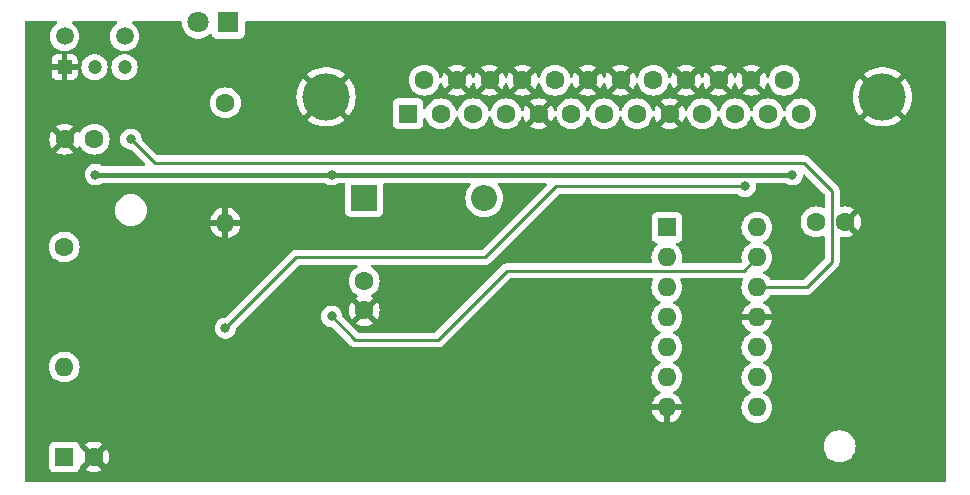
<source format=gbr>
From 11424e61e0315c527d740a2c19b01d88b3a6c7f0 Mon Sep 17 00:00:00 2001
From: Chris Xiong <chirs241097@gmail.com>
Date: Sat, 17 Feb 2024 19:04:54 -0500
Subject: Initial commit for rev 1 board.

---
 out/rbus-adat-B_Cu.gbr | 4993 ++++++++++++++++++++++++++++++++++++++++++++++++
 1 file changed, 4993 insertions(+)
 create mode 100644 out/rbus-adat-B_Cu.gbr

(limited to 'out/rbus-adat-B_Cu.gbr')

diff --git a/out/rbus-adat-B_Cu.gbr b/out/rbus-adat-B_Cu.gbr
new file mode 100644
index 0000000..4077613
--- /dev/null
+++ b/out/rbus-adat-B_Cu.gbr
@@ -0,0 +1,4993 @@
+%TF.GenerationSoftware,KiCad,Pcbnew,7.0.10*%
+%TF.CreationDate,2024-02-17T01:46:53-05:00*%
+%TF.ProjectId,rbus-adat,72627573-2d61-4646-9174-2e6b69636164,0*%
+%TF.SameCoordinates,Original*%
+%TF.FileFunction,Copper,L2,Bot*%
+%TF.FilePolarity,Positive*%
+%FSLAX46Y46*%
+G04 Gerber Fmt 4.6, Leading zero omitted, Abs format (unit mm)*
+G04 Created by KiCad (PCBNEW 7.0.10) date 2024-02-17 01:46:53*
+%MOMM*%
+%LPD*%
+G01*
+G04 APERTURE LIST*
+%TA.AperFunction,ComponentPad*%
+%ADD10R,1.800000X1.800000*%
+%TD*%
+%TA.AperFunction,ComponentPad*%
+%ADD11C,1.800000*%
+%TD*%
+%TA.AperFunction,ComponentPad*%
+%ADD12C,1.600000*%
+%TD*%
+%TA.AperFunction,ComponentPad*%
+%ADD13O,1.600000X1.600000*%
+%TD*%
+%TA.AperFunction,ComponentPad*%
+%ADD14C,4.000000*%
+%TD*%
+%TA.AperFunction,ComponentPad*%
+%ADD15R,1.600000X1.600000*%
+%TD*%
+%TA.AperFunction,ComponentPad*%
+%ADD16R,2.200000X2.200000*%
+%TD*%
+%TA.AperFunction,ComponentPad*%
+%ADD17O,2.200000X2.200000*%
+%TD*%
+%TA.AperFunction,ComponentPad*%
+%ADD18C,1.500000*%
+%TD*%
+%TA.AperFunction,ComponentPad*%
+%ADD19R,1.200000X1.200000*%
+%TD*%
+%TA.AperFunction,ComponentPad*%
+%ADD20C,1.200000*%
+%TD*%
+%TA.AperFunction,ViaPad*%
+%ADD21C,0.800000*%
+%TD*%
+%TA.AperFunction,Conductor*%
+%ADD22C,0.400000*%
+%TD*%
+%TA.AperFunction,Conductor*%
+%ADD23C,0.250000*%
+%TD*%
+G04 APERTURE END LIST*
+D10*
+%TO.P,D2,1,K*%
+%TO.N,Net-(D2-K)*%
+X100250000Y-52100000D03*
+D11*
+%TO.P,D2,2,A*%
+%TO.N,+5V*%
+X97710000Y-52100000D03*
+%TD*%
+D12*
+%TO.P,C3,1*%
+%TO.N,+5V*%
+X111760000Y-74000000D03*
+%TO.P,C3,2*%
+%TO.N,GND*%
+X111760000Y-76500000D03*
+%TD*%
+%TO.P,R2,1*%
+%TO.N,Net-(D2-K)*%
+X100000000Y-58920000D03*
+D13*
+%TO.P,R2,2*%
+%TO.N,GND*%
+X100000000Y-69080000D03*
+%TD*%
+D12*
+%TO.P,R1,1*%
+%TO.N,+5V*%
+X86360000Y-71120000D03*
+D13*
+%TO.P,R1,2*%
+%TO.N,Net-(U2-RESET_N)*%
+X86360000Y-81280000D03*
+%TD*%
+D14*
+%TO.P,J1,0,PAD*%
+%TO.N,GND*%
+X155625000Y-58420000D03*
+X108525000Y-58420000D03*
+D15*
+%TO.P,J1,1,1*%
+%TO.N,Net-(D1-A)*%
+X115455000Y-59840000D03*
+D12*
+%TO.P,J1,2,2*%
+%TO.N,/SDO4*%
+X118225000Y-59840000D03*
+%TO.P,J1,3,3*%
+%TO.N,/SDO5*%
+X120995000Y-59840000D03*
+%TO.P,J1,4,4*%
+%TO.N,/SDO6*%
+X123765000Y-59840000D03*
+%TO.P,J1,5,5*%
+%TO.N,GND*%
+X126535000Y-59840000D03*
+%TO.P,J1,6,6*%
+%TO.N,/SDO7*%
+X129305000Y-59840000D03*
+%TO.P,J1,7,7*%
+%TO.N,unconnected-(J1-Pad7)*%
+X132075000Y-59840000D03*
+%TO.P,J1,8,8*%
+%TO.N,unconnected-(J1-Pad8)*%
+X134845000Y-59840000D03*
+%TO.P,J1,9,9*%
+%TO.N,GND*%
+X137615000Y-59840000D03*
+%TO.P,J1,10,10*%
+%TO.N,unconnected-(J1-Pad10)*%
+X140385000Y-59840000D03*
+%TO.P,J1,11,11*%
+%TO.N,unconnected-(J1-Pad11)*%
+X143155000Y-59840000D03*
+%TO.P,J1,12,12*%
+%TO.N,unconnected-(J1-Pad12)*%
+X145925000Y-59840000D03*
+%TO.P,J1,13,13*%
+%TO.N,unconnected-(J1-Pad13)*%
+X148695000Y-59840000D03*
+%TO.P,J1,14,P14*%
+%TO.N,unconnected-(J1-P14-Pad14)*%
+X116840000Y-57000000D03*
+%TO.P,J1,15,P15*%
+%TO.N,GND*%
+X119610000Y-57000000D03*
+%TO.P,J1,16,P16*%
+X122380000Y-57000000D03*
+%TO.P,J1,17,P17*%
+X125150000Y-57000000D03*
+%TO.P,J1,18,P18*%
+%TO.N,LRCK*%
+X127920000Y-57000000D03*
+%TO.P,J1,19,P19*%
+%TO.N,GND*%
+X130690000Y-57000000D03*
+%TO.P,J1,20,P20*%
+X133460000Y-57000000D03*
+%TO.P,J1,21,P21*%
+%TO.N,unconnected-(J1-P21-Pad21)*%
+X136230000Y-57000000D03*
+%TO.P,J1,22,P22*%
+%TO.N,GND*%
+X139000000Y-57000000D03*
+%TO.P,J1,23,P23*%
+X141770000Y-57000000D03*
+%TO.P,J1,24,P24*%
+X144540000Y-57000000D03*
+%TO.P,J1,25,P25*%
+%TO.N,unconnected-(J1-P25-Pad25)*%
+X147310000Y-57000000D03*
+%TD*%
+D15*
+%TO.P,U1,1*%
+%TO.N,/SDO4*%
+X137380000Y-69460000D03*
+D13*
+%TO.P,U1,2*%
+%TO.N,/IN0*%
+X137380000Y-72000000D03*
+%TO.P,U1,3*%
+%TO.N,/SDO5*%
+X137380000Y-74540000D03*
+%TO.P,U1,4*%
+%TO.N,/IN1*%
+X137380000Y-77080000D03*
+%TO.P,U1,5*%
+%TO.N,/SDO6*%
+X137380000Y-79620000D03*
+%TO.P,U1,6*%
+%TO.N,/IN2*%
+X137380000Y-82160000D03*
+%TO.P,U1,7,GND*%
+%TO.N,GND*%
+X137380000Y-84700000D03*
+%TO.P,U1,8*%
+%TO.N,/IN3*%
+X145000000Y-84700000D03*
+%TO.P,U1,9*%
+%TO.N,/SDO7*%
+X145000000Y-82160000D03*
+%TO.P,U1,10*%
+%TO.N,unconnected-(U1-Pad10)*%
+X145000000Y-79620000D03*
+%TO.P,U1,11*%
+%TO.N,GND*%
+X145000000Y-77080000D03*
+%TO.P,U1,12*%
+%TO.N,Net-(CN1-Vin)*%
+X145000000Y-74540000D03*
+%TO.P,U1,13*%
+%TO.N,Net-(U2-OPOUT)*%
+X145000000Y-72000000D03*
+%TO.P,U1,14,VCC*%
+%TO.N,+5V*%
+X145000000Y-69460000D03*
+%TD*%
+D15*
+%TO.P,C1,1*%
+%TO.N,Net-(U2-RESET_N)*%
+X86360000Y-88900000D03*
+D12*
+%TO.P,C1,2*%
+%TO.N,GND*%
+X88860000Y-88900000D03*
+%TD*%
+%TO.P,C4,1*%
+%TO.N,+5V*%
+X88900000Y-62000000D03*
+%TO.P,C4,2*%
+%TO.N,GND*%
+X86400000Y-62000000D03*
+%TD*%
+D16*
+%TO.P,D1,1,K*%
+%TO.N,+5V*%
+X111760000Y-67000000D03*
+D17*
+%TO.P,D1,2,A*%
+%TO.N,Net-(D1-A)*%
+X121920000Y-67000000D03*
+%TD*%
+D18*
+%TO.P,CN1,*%
+%TO.N,*%
+X86380000Y-53300000D03*
+X91460000Y-53300000D03*
+D19*
+%TO.P,CN1,1,GND*%
+%TO.N,GND*%
+X86380000Y-55900000D03*
+D20*
+%TO.P,CN1,2,Vcc*%
+%TO.N,+5V*%
+X88920000Y-55900000D03*
+%TO.P,CN1,3,Vin*%
+%TO.N,Net-(CN1-Vin)*%
+X91460000Y-55900000D03*
+%TD*%
+D12*
+%TO.P,C2,1*%
+%TO.N,+5V*%
+X150000000Y-69000000D03*
+%TO.P,C2,2*%
+%TO.N,GND*%
+X152500000Y-69000000D03*
+%TD*%
+D21*
+%TO.N,+5V*%
+X148000000Y-65000000D03*
+X89000000Y-65000000D03*
+X109000000Y-65000000D03*
+%TO.N,GND*%
+X94000000Y-85000000D03*
+X94000000Y-76000000D03*
+%TO.N,LRCK*%
+X144000000Y-66000000D03*
+X100000000Y-78000000D03*
+%TO.N,Net-(U2-OPOUT)*%
+X109000000Y-77000000D03*
+%TO.N,Net-(CN1-Vin)*%
+X92000000Y-62000000D03*
+%TD*%
+D22*
+%TO.N,+5V*%
+X109000000Y-65000000D02*
+X89000000Y-65000000D01*
+X109000000Y-65000000D02*
+X148000000Y-65000000D01*
+D23*
+%TO.N,LRCK*%
+X144000000Y-66000000D02*
+X128000000Y-66000000D01*
+X128000000Y-66000000D02*
+X122000000Y-72000000D01*
+X122000000Y-72000000D02*
+X106000000Y-72000000D01*
+X106000000Y-72000000D02*
+X100000000Y-78000000D01*
+%TO.N,Net-(U2-OPOUT)*%
+X143875000Y-73125000D02*
+X123875000Y-73125000D01*
+X145000000Y-72000000D02*
+X143875000Y-73125000D01*
+X123875000Y-73125000D02*
+X118000000Y-79000000D01*
+X118000000Y-79000000D02*
+X111000000Y-79000000D01*
+X111000000Y-79000000D02*
+X109000000Y-77000000D01*
+%TO.N,Net-(CN1-Vin)*%
+X151375000Y-72375000D02*
+X151375000Y-66375000D01*
+X145000000Y-74540000D02*
+X149210000Y-74540000D01*
+X151375000Y-66375000D02*
+X149000000Y-64000000D01*
+X149210000Y-74540000D02*
+X151375000Y-72375000D01*
+X94000000Y-64000000D02*
+X92000000Y-62000000D01*
+X149000000Y-64000000D02*
+X94000000Y-64000000D01*
+%TD*%
+%TA.AperFunction,Conductor*%
+%TO.N,GND*%
+G36*
+X85730173Y-52019685D02*
+G01*
+X85775928Y-52072489D01*
+X85785872Y-52141647D01*
+X85756847Y-52205203D01*
+X85734257Y-52225575D01*
+X85573121Y-52338402D01*
+X85418402Y-52493121D01*
+X85292900Y-52672357D01*
+X85292898Y-52672361D01*
+X85200426Y-52870668D01*
+X85200422Y-52870677D01*
+X85143793Y-53082020D01*
+X85143793Y-53082024D01*
+X85124723Y-53299997D01*
+X85124723Y-53300002D01*
+X85143793Y-53517975D01*
+X85143793Y-53517979D01*
+X85200422Y-53729322D01*
+X85200424Y-53729326D01*
+X85200425Y-53729330D01*
+X85246661Y-53828484D01*
+X85292897Y-53927638D01*
+X85292898Y-53927639D01*
+X85418402Y-54106877D01*
+X85573123Y-54261598D01*
+X85752361Y-54387102D01*
+X85950670Y-54479575D01*
+X86162023Y-54536207D01*
+X86342223Y-54551972D01*
+X86379998Y-54555277D01*
+X86380000Y-54555277D01*
+X86380002Y-54555277D01*
+X86417777Y-54551972D01*
+X86597977Y-54536207D01*
+X86809330Y-54479575D01*
+X87007639Y-54387102D01*
+X87186877Y-54261598D01*
+X87341598Y-54106877D01*
+X87467102Y-53927639D01*
+X87559575Y-53729330D01*
+X87616207Y-53517977D01*
+X87635277Y-53300000D01*
+X87633218Y-53276470D01*
+X87623509Y-53165491D01*
+X87616207Y-53082023D01*
+X87559575Y-52870670D01*
+X87467102Y-52672362D01*
+X87467100Y-52672359D01*
+X87467099Y-52672357D01*
+X87341599Y-52493124D01*
+X87341596Y-52493121D01*
+X87186877Y-52338402D01*
+X87025742Y-52225574D01*
+X86982118Y-52170997D01*
+X86974926Y-52101499D01*
+X87006448Y-52039144D01*
+X87066678Y-52003731D01*
+X87096867Y-52000000D01*
+X90743134Y-52000000D01*
+X90810173Y-52019685D01*
+X90855928Y-52072489D01*
+X90865872Y-52141647D01*
+X90836847Y-52205203D01*
+X90814257Y-52225575D01*
+X90653121Y-52338402D01*
+X90498402Y-52493121D01*
+X90372900Y-52672357D01*
+X90372898Y-52672361D01*
+X90280426Y-52870668D01*
+X90280422Y-52870677D01*
+X90223793Y-53082020D01*
+X90223793Y-53082024D01*
+X90204723Y-53299997D01*
+X90204723Y-53300002D01*
+X90223793Y-53517975D01*
+X90223793Y-53517979D01*
+X90280422Y-53729322D01*
+X90280424Y-53729326D01*
+X90280425Y-53729330D01*
+X90326661Y-53828484D01*
+X90372897Y-53927638D01*
+X90372898Y-53927639D01*
+X90498402Y-54106877D01*
+X90653123Y-54261598D01*
+X90832361Y-54387102D01*
+X91030670Y-54479575D01*
+X91242023Y-54536207D01*
+X91397554Y-54549813D01*
+X91422221Y-54551972D01*
+X91458594Y-54566199D01*
+X91473651Y-54556523D01*
+X91497779Y-54551972D01*
+X91517539Y-54550243D01*
+X91677977Y-54536207D01*
+X91889330Y-54479575D01*
+X92087639Y-54387102D01*
+X92266877Y-54261598D01*
+X92421598Y-54106877D01*
+X92547102Y-53927639D01*
+X92639575Y-53729330D01*
+X92696207Y-53517977D01*
+X92715277Y-53300000D01*
+X92713218Y-53276470D01*
+X92703509Y-53165491D01*
+X92696207Y-53082023D01*
+X92639575Y-52870670D01*
+X92547102Y-52672362D01*
+X92547100Y-52672359D01*
+X92547099Y-52672357D01*
+X92421599Y-52493124D01*
+X92421596Y-52493121D01*
+X92266877Y-52338402D01*
+X92105742Y-52225574D01*
+X92062118Y-52170997D01*
+X92054926Y-52101499D01*
+X92086448Y-52039144D01*
+X92146678Y-52003731D01*
+X92176867Y-52000000D01*
+X96182264Y-52000000D01*
+X96249303Y-52019685D01*
+X96295058Y-52072489D01*
+X96305839Y-52113756D01*
+X96310583Y-52170997D01*
+X96323866Y-52331308D01*
+X96380842Y-52556300D01*
+X96474075Y-52768848D01*
+X96601016Y-52963147D01*
+X96601019Y-52963151D01*
+X96601021Y-52963153D01*
+X96758216Y-53133913D01*
+X96758219Y-53133915D01*
+X96758222Y-53133918D01*
+X96941365Y-53276464D01*
+X96941371Y-53276468D01*
+X96941374Y-53276470D01*
+X97145497Y-53386936D01*
+X97259487Y-53426068D01*
+X97365015Y-53462297D01*
+X97365017Y-53462297D01*
+X97365019Y-53462298D01*
+X97593951Y-53500500D01*
+X97593952Y-53500500D01*
+X97826048Y-53500500D01*
+X97826049Y-53500500D01*
+X98054981Y-53462298D01*
+X98274503Y-53386936D01*
+X98478626Y-53276470D01*
+X98661784Y-53133913D01*
+X98670130Y-53124846D01*
+X98730010Y-53088854D01*
+X98799849Y-53090949D01*
+X98857468Y-53130469D01*
+X98877544Y-53165491D01*
+X98906203Y-53242330D01*
+X98906206Y-53242335D01*
+X98992452Y-53357544D01*
+X98992455Y-53357547D01*
+X99107664Y-53443793D01*
+X99107671Y-53443797D01*
+X99242517Y-53494091D01*
+X99242516Y-53494091D01*
+X99249444Y-53494835D01*
+X99302127Y-53500500D01*
+X101197872Y-53500499D01*
+X101257483Y-53494091D01*
+X101392331Y-53443796D01*
+X101507546Y-53357546D01*
+X101593796Y-53242331D01*
+X101644091Y-53107483D01*
+X101650500Y-53047873D01*
+X101650499Y-52123998D01*
+X101670183Y-52056961D01*
+X101722987Y-52011206D01*
+X101774499Y-52000000D01*
+X160876000Y-52000000D01*
+X160943039Y-52019685D01*
+X160988794Y-52072489D01*
+X161000000Y-52124000D01*
+X161000000Y-90876000D01*
+X160980315Y-90943039D01*
+X160927511Y-90988794D01*
+X160876000Y-91000000D01*
+X83124000Y-91000000D01*
+X83056961Y-90980315D01*
+X83011206Y-90927511D01*
+X83000000Y-90876000D01*
+X83000000Y-89747870D01*
+X85059500Y-89747870D01*
+X85059501Y-89747876D01*
+X85065908Y-89807483D01*
+X85116202Y-89942328D01*
+X85116206Y-89942335D01*
+X85202452Y-90057544D01*
+X85202455Y-90057547D01*
+X85317664Y-90143793D01*
+X85317671Y-90143797D01*
+X85452517Y-90194091D01*
+X85452516Y-90194091D01*
+X85459444Y-90194835D01*
+X85512127Y-90200500D01*
+X87207872Y-90200499D01*
+X87267483Y-90194091D01*
+X87402331Y-90143796D01*
+X87517546Y-90057546D01*
+X87603796Y-89942331D01*
+X87654091Y-89807483D01*
+X87660500Y-89747873D01*
+X87660499Y-89747845D01*
+X87660678Y-89744547D01*
+X87662183Y-89744627D01*
+X87680112Y-89683326D01*
+X87732868Y-89637514D01*
+X87776465Y-89629981D01*
+X88462046Y-88944400D01*
+X88474835Y-89025148D01*
+X88532359Y-89138045D01*
+X88621955Y-89227641D01*
+X88734852Y-89285165D01*
+X88815599Y-89297953D01*
+X88134526Y-89979025D01*
+X88207513Y-90030132D01*
+X88207521Y-90030136D01*
+X88413668Y-90126264D01*
+X88413682Y-90126269D01*
+X88633389Y-90185139D01*
+X88633400Y-90185141D01*
+X88859998Y-90204966D01*
+X88860002Y-90204966D01*
+X89086599Y-90185141D01*
+X89086610Y-90185139D01*
+X89306317Y-90126269D01*
+X89306331Y-90126264D01*
+X89512478Y-90030136D01*
+X89585471Y-89979024D01*
+X88904400Y-89297953D01*
+X88985148Y-89285165D01*
+X89098045Y-89227641D01*
+X89187641Y-89138045D01*
+X89245165Y-89025148D01*
+X89257953Y-88944400D01*
+X89939024Y-89625471D01*
+X89990136Y-89552478D01*
+X90086264Y-89346331D01*
+X90086269Y-89346317D01*
+X90145139Y-89126610D01*
+X90145141Y-89126599D01*
+X90164966Y-88900002D01*
+X90164966Y-88899997D01*
+X90145141Y-88673396D01*
+X90145139Y-88673389D01*
+X90086269Y-88453682D01*
+X90086264Y-88453668D01*
+X89990136Y-88247521D01*
+X89990132Y-88247513D01*
+X89939025Y-88174526D01*
+X89257953Y-88855598D01*
+X89245165Y-88774852D01*
+X89187641Y-88661955D01*
+X89098045Y-88572359D01*
+X88985148Y-88514835D01*
+X88904401Y-88502046D01*
+X89406446Y-88000000D01*
+X150644341Y-88000000D01*
+X150664936Y-88235403D01*
+X150664938Y-88235413D01*
+X150726094Y-88463655D01*
+X150726096Y-88463659D01*
+X150726097Y-88463663D01*
+X150749959Y-88514835D01*
+X150825964Y-88677828D01*
+X150825965Y-88677830D01*
+X150961505Y-88871402D01*
+X151128597Y-89038494D01*
+X151322169Y-89174034D01*
+X151322171Y-89174035D01*
+X151536337Y-89273903D01*
+X151764592Y-89335063D01*
+X151941032Y-89350499D01*
+X151941033Y-89350500D01*
+X151941034Y-89350500D01*
+X152058967Y-89350500D01*
+X152058967Y-89350499D01*
+X152235408Y-89335063D01*
+X152463663Y-89273903D01*
+X152677829Y-89174035D01*
+X152871401Y-89038495D01*
+X153038495Y-88871401D01*
+X153174035Y-88677830D01*
+X153273903Y-88463663D01*
+X153335063Y-88235408D01*
+X153355659Y-88000000D01*
+X153335063Y-87764592D01*
+X153273903Y-87536337D01*
+X153174035Y-87322171D01*
+X153174034Y-87322169D01*
+X153038494Y-87128597D01*
+X152871402Y-86961505D01*
+X152677830Y-86825965D01*
+X152677828Y-86825964D01*
+X152570746Y-86776031D01*
+X152463663Y-86726097D01*
+X152463659Y-86726096D01*
+X152463655Y-86726094D01*
+X152235413Y-86664938D01*
+X152235403Y-86664936D01*
+X152058967Y-86649500D01*
+X152058966Y-86649500D01*
+X151941034Y-86649500D01*
+X151941033Y-86649500D01*
+X151764596Y-86664936D01*
+X151764586Y-86664938D01*
+X151536344Y-86726094D01*
+X151536335Y-86726098D01*
+X151322171Y-86825964D01*
+X151322169Y-86825965D01*
+X151128597Y-86961505D01*
+X150961506Y-87128597D01*
+X150961501Y-87128604D01*
+X150825967Y-87322165D01*
+X150825965Y-87322169D01*
+X150726098Y-87536335D01*
+X150726094Y-87536344D01*
+X150664938Y-87764586D01*
+X150664936Y-87764596D01*
+X150644341Y-87999999D01*
+X150644341Y-88000000D01*
+X89406446Y-88000000D01*
+X89585472Y-87820974D01*
+X89512478Y-87769863D01*
+X89306331Y-87673735D01*
+X89306317Y-87673730D01*
+X89086610Y-87614860D01*
+X89086599Y-87614858D01*
+X88860002Y-87595034D01*
+X88859998Y-87595034D01*
+X88633400Y-87614858D01*
+X88633389Y-87614860D01*
+X88413682Y-87673730D01*
+X88413673Y-87673734D01*
+X88207516Y-87769866D01*
+X88207512Y-87769868D01*
+X88134526Y-87820973D01*
+X88134526Y-87820974D01*
+X88815599Y-88502046D01*
+X88734852Y-88514835D01*
+X88621955Y-88572359D01*
+X88532359Y-88661955D01*
+X88474835Y-88774852D01*
+X88462046Y-88855598D01*
+X87775799Y-88169351D01*
+X87726805Y-88159505D01*
+X87676622Y-88110889D01*
+X87661981Y-88055366D01*
+X87660900Y-88055423D01*
+X87660854Y-88055429D01*
+X87660853Y-88055426D01*
+X87660676Y-88055436D01*
+X87660499Y-88052135D01*
+X87660499Y-88052128D01*
+X87654091Y-87992517D01*
+X87603796Y-87857669D01*
+X87603795Y-87857668D01*
+X87603793Y-87857664D01*
+X87517547Y-87742455D01*
+X87517544Y-87742452D01*
+X87402335Y-87656206D01*
+X87402328Y-87656202D01*
+X87267482Y-87605908D01*
+X87267483Y-87605908D01*
+X87207883Y-87599501D01*
+X87207881Y-87599500D01*
+X87207873Y-87599500D01*
+X87207864Y-87599500D01*
+X85512129Y-87599500D01*
+X85512123Y-87599501D01*
+X85452516Y-87605908D01*
+X85317671Y-87656202D01*
+X85317664Y-87656206D01*
+X85202455Y-87742452D01*
+X85202452Y-87742455D01*
+X85116206Y-87857664D01*
+X85116202Y-87857671D01*
+X85065908Y-87992517D01*
+X85065104Y-88000000D01*
+X85059501Y-88052123D01*
+X85059500Y-88052135D01*
+X85059500Y-89747870D01*
+X83000000Y-89747870D01*
+X83000000Y-81280001D01*
+X85054532Y-81280001D01*
+X85074364Y-81506686D01*
+X85074366Y-81506697D01*
+X85133258Y-81726488D01*
+X85133261Y-81726497D01*
+X85229431Y-81932732D01*
+X85229432Y-81932734D01*
+X85359954Y-82119141D01*
+X85520858Y-82280045D01*
+X85520861Y-82280047D01*
+X85707266Y-82410568D01*
+X85913504Y-82506739D01*
+X86133308Y-82565635D01*
+X86295230Y-82579801D01*
+X86359998Y-82585468D01*
+X86360000Y-82585468D01*
+X86360002Y-82585468D01*
+X86416673Y-82580509D01*
+X86586692Y-82565635D01*
+X86806496Y-82506739D01*
+X87012734Y-82410568D01*
+X87199139Y-82280047D01*
+X87360047Y-82119139D01*
+X87490568Y-81932734D01*
+X87586739Y-81726496D01*
+X87645635Y-81506692D01*
+X87665468Y-81280000D01*
+X87645635Y-81053308D01*
+X87586739Y-80833504D01*
+X87490568Y-80627266D01*
+X87360047Y-80440861D01*
+X87360045Y-80440858D01*
+X87199141Y-80279954D01*
+X87012734Y-80149432D01*
+X87012732Y-80149431D01*
+X86806497Y-80053261D01*
+X86806488Y-80053258D01*
+X86586697Y-79994366D01*
+X86586693Y-79994365D01*
+X86586692Y-79994365D01*
+X86586691Y-79994364D01*
+X86586686Y-79994364D01*
+X86360002Y-79974532D01*
+X86359998Y-79974532D01*
+X86133313Y-79994364D01*
+X86133302Y-79994366D01*
+X85913511Y-80053258D01*
+X85913502Y-80053261D01*
+X85707267Y-80149431D01*
+X85707265Y-80149432D01*
+X85520858Y-80279954D01*
+X85359954Y-80440858D01*
+X85229432Y-80627265D01*
+X85229431Y-80627267D01*
+X85133261Y-80833502D01*
+X85133258Y-80833511D01*
+X85074366Y-81053302D01*
+X85074364Y-81053313D01*
+X85054532Y-81279998D01*
+X85054532Y-81280001D01*
+X83000000Y-81280001D01*
+X83000000Y-71120001D01*
+X85054532Y-71120001D01*
+X85074364Y-71346686D01*
+X85074366Y-71346697D01*
+X85133258Y-71566488D01*
+X85133261Y-71566497D01*
+X85229431Y-71772732D01*
+X85229432Y-71772734D01*
+X85359954Y-71959141D01*
+X85520858Y-72120045D01*
+X85566821Y-72152228D01*
+X85707266Y-72250568D01*
+X85913504Y-72346739D01*
+X85913509Y-72346740D01*
+X85913511Y-72346741D01*
+X85954982Y-72357853D01*
+X86133308Y-72405635D01*
+X86266617Y-72417298D01*
+X86359998Y-72425468D01*
+X86360000Y-72425468D01*
+X86360002Y-72425468D01*
+X86416673Y-72420509D01*
+X86586692Y-72405635D01*
+X86806496Y-72346739D01*
+X87012734Y-72250568D01*
+X87199139Y-72120047D01*
+X87360047Y-71959139D01*
+X87490568Y-71772734D01*
+X87586739Y-71566496D01*
+X87645635Y-71346692D01*
+X87665468Y-71120000D01*
+X87645635Y-70893308D01*
+X87586739Y-70673504D01*
+X87490568Y-70467266D01*
+X87378955Y-70307864D01*
+X87360045Y-70280858D01*
+X87199141Y-70119954D01*
+X87012734Y-69989432D01*
+X87012732Y-69989431D01*
+X86806497Y-69893261D01*
+X86806488Y-69893258D01*
+X86586697Y-69834366D01*
+X86586693Y-69834365D01*
+X86586692Y-69834365D01*
+X86586691Y-69834364D01*
+X86586686Y-69834364D01*
+X86360002Y-69814532D01*
+X86359998Y-69814532D01*
+X86133313Y-69834364D01*
+X86133302Y-69834366D01*
+X85913511Y-69893258D01*
+X85913502Y-69893261D01*
+X85707267Y-69989431D01*
+X85707265Y-69989432D01*
+X85520858Y-70119954D01*
+X85359954Y-70280858D01*
+X85229432Y-70467265D01*
+X85229431Y-70467267D01*
+X85133261Y-70673502D01*
+X85133258Y-70673511D01*
+X85074366Y-70893302D01*
+X85074364Y-70893313D01*
+X85054532Y-71119998D01*
+X85054532Y-71120001D01*
+X83000000Y-71120001D01*
+X83000000Y-68000000D01*
+X90644341Y-68000000D01*
+X90664936Y-68235403D01*
+X90664938Y-68235413D01*
+X90726094Y-68463655D01*
+X90726096Y-68463659D01*
+X90726097Y-68463663D01*
+X90767530Y-68552516D01*
+X90825964Y-68677828D01*
+X90825965Y-68677830D01*
+X90961505Y-68871402D01*
+X91128597Y-69038494D01*
+X91322169Y-69174034D01*
+X91322171Y-69174035D01*
+X91536337Y-69273903D01*
+X91764592Y-69335063D01*
+X91941032Y-69350499D01*
+X91941033Y-69350500D01*
+X91941034Y-69350500D01*
+X92058967Y-69350500D01*
+X92058967Y-69350499D01*
+X92235408Y-69335063D01*
+X92463663Y-69273903D01*
+X92677829Y-69174035D01*
+X92871401Y-69038495D01*
+X93038495Y-68871401D01*
+X93067485Y-68829999D01*
+X98721127Y-68829999D01*
+X98721128Y-68830000D01*
+X99684314Y-68830000D01*
+X99672359Y-68841955D01*
+X99614835Y-68954852D01*
+X99595014Y-69080000D01*
+X99614835Y-69205148D01*
+X99672359Y-69318045D01*
+X99684314Y-69330000D01*
+X98721128Y-69330000D01*
+X98773730Y-69526317D01*
+X98773734Y-69526326D01*
+X98869865Y-69732482D01*
+X99000342Y-69918820D01*
+X99161179Y-70079657D01*
+X99347517Y-70210134D01*
+X99553673Y-70306265D01*
+X99553682Y-70306269D01*
+X99749999Y-70358872D01*
+X99750000Y-70358871D01*
+X99750000Y-69395686D01*
+X99761955Y-69407641D01*
+X99874852Y-69465165D01*
+X99968519Y-69480000D01*
+X100031481Y-69480000D01*
+X100125148Y-69465165D01*
+X100238045Y-69407641D01*
+X100250000Y-69395686D01*
+X100250000Y-70358872D01*
+X100446317Y-70306269D01*
+X100446326Y-70306265D01*
+X100652482Y-70210134D01*
+X100838820Y-70079657D01*
+X100999657Y-69918820D01*
+X101130134Y-69732482D01*
+X101226265Y-69526326D01*
+X101226269Y-69526317D01*
+X101278872Y-69330000D01*
+X100315686Y-69330000D01*
+X100327641Y-69318045D01*
+X100385165Y-69205148D01*
+X100404986Y-69080000D01*
+X100385165Y-68954852D01*
+X100327641Y-68841955D01*
+X100315686Y-68830000D01*
+X101278872Y-68830000D01*
+X101278872Y-68829999D01*
+X101226269Y-68633682D01*
+X101226265Y-68633673D01*
+X101130134Y-68427517D01*
+X100999657Y-68241179D01*
+X100838820Y-68080342D01*
+X100652482Y-67949865D01*
+X100446328Y-67853734D01*
+X100250000Y-67801127D01*
+X100250000Y-68764314D01*
+X100238045Y-68752359D01*
+X100125148Y-68694835D01*
+X100031481Y-68680000D01*
+X99968519Y-68680000D01*
+X99874852Y-68694835D01*
+X99761955Y-68752359D01*
+X99750000Y-68764314D01*
+X99750000Y-67801127D01*
+X99553671Y-67853734D01*
+X99347517Y-67949865D01*
+X99161179Y-68080342D01*
+X99000342Y-68241179D01*
+X98869865Y-68427517D01*
+X98773734Y-68633673D01*
+X98773730Y-68633682D01*
+X98721127Y-68829999D01*
+X93067485Y-68829999D01*
+X93174035Y-68677830D01*
+X93273903Y-68463663D01*
+X93335063Y-68235408D01*
+X93355659Y-68000000D01*
+X93335063Y-67764592D01*
+X93273903Y-67536337D01*
+X93174035Y-67322171D01*
+X93174034Y-67322169D01*
+X93038494Y-67128597D01*
+X92871402Y-66961505D01*
+X92677830Y-66825965D01*
+X92677828Y-66825964D01*
+X92570746Y-66776031D01*
+X92463663Y-66726097D01*
+X92463659Y-66726096D01*
+X92463655Y-66726094D01*
+X92235413Y-66664938D01*
+X92235403Y-66664936D01*
+X92058967Y-66649500D01*
+X92058966Y-66649500D01*
+X91941034Y-66649500D01*
+X91941033Y-66649500D01*
+X91764596Y-66664936D01*
+X91764586Y-66664938D01*
+X91536344Y-66726094D01*
+X91536335Y-66726098D01*
+X91322171Y-66825964D01*
+X91322169Y-66825965D01*
+X91128597Y-66961505D01*
+X90961506Y-67128597D01*
+X90961501Y-67128604D01*
+X90825967Y-67322165D01*
+X90825965Y-67322169D01*
+X90726098Y-67536335D01*
+X90726094Y-67536344D01*
+X90664938Y-67764586D01*
+X90664936Y-67764596D01*
+X90644341Y-67999999D01*
+X90644341Y-68000000D01*
+X83000000Y-68000000D01*
+X83000000Y-65000000D01*
+X88094540Y-65000000D01*
+X88114326Y-65188256D01*
+X88114327Y-65188259D01*
+X88172818Y-65368277D01*
+X88172821Y-65368284D01*
+X88267467Y-65532216D01*
+X88394129Y-65672888D01*
+X88547265Y-65784148D01*
+X88547270Y-65784151D01*
+X88720192Y-65861142D01*
+X88720197Y-65861144D01*
+X88905354Y-65900500D01*
+X88905355Y-65900500D01*
+X89094644Y-65900500D01*
+X89094646Y-65900500D01*
+X89279803Y-65861144D01*
+X89452730Y-65784151D01*
+X89473593Y-65768993D01*
+X89535271Y-65724182D01*
+X89601077Y-65700702D01*
+X89608156Y-65700500D01*
+X108391844Y-65700500D01*
+X108458883Y-65720185D01*
+X108464729Y-65724182D01*
+X108547265Y-65784148D01*
+X108547270Y-65784151D01*
+X108720192Y-65861142D01*
+X108720197Y-65861144D01*
+X108905354Y-65900500D01*
+X108905355Y-65900500D01*
+X109094644Y-65900500D01*
+X109094646Y-65900500D01*
+X109279803Y-65861144D01*
+X109452730Y-65784151D01*
+X109473593Y-65768993D01*
+X109535271Y-65724182D01*
+X109601077Y-65700702D01*
+X109608156Y-65700500D01*
+X110037756Y-65700500D01*
+X110104795Y-65720185D01*
+X110150550Y-65772989D01*
+X110161045Y-65837752D01*
+X110159500Y-65852127D01*
+X110159500Y-65852133D01*
+X110159500Y-65852134D01*
+X110159500Y-68147870D01*
+X110159501Y-68147876D01*
+X110165908Y-68207483D01*
+X110216202Y-68342328D01*
+X110216206Y-68342335D01*
+X110302452Y-68457544D01*
+X110302455Y-68457547D01*
+X110417664Y-68543793D01*
+X110417671Y-68543797D01*
+X110552517Y-68594091D01*
+X110552516Y-68594091D01*
+X110559444Y-68594835D01*
+X110612127Y-68600500D01*
+X112907872Y-68600499D01*
+X112967483Y-68594091D01*
+X113102331Y-68543796D01*
+X113217546Y-68457546D01*
+X113303796Y-68342331D01*
+X113354091Y-68207483D01*
+X113360500Y-68147873D01*
+X113360499Y-65852128D01*
+X113358954Y-65837752D01*
+X113371361Y-65768993D01*
+X113418973Y-65717857D01*
+X113482244Y-65700500D01*
+X120656105Y-65700500D01*
+X120723144Y-65720185D01*
+X120768899Y-65772989D01*
+X120778843Y-65842147D01*
+X120750395Y-65905029D01*
+X120717614Y-65943413D01*
+X120621161Y-66056344D01*
+X120621160Y-66056346D01*
+X120489533Y-66271140D01*
+X120393126Y-66503889D01*
+X120334317Y-66748848D01*
+X120314551Y-67000000D01*
+X120334317Y-67251151D01*
+X120393126Y-67496110D01*
+X120489533Y-67728859D01*
+X120621160Y-67943653D01*
+X120621161Y-67943656D01*
+X120621164Y-67943659D01*
+X120784776Y-68135224D01*
+X120933066Y-68261875D01*
+X120976343Y-68298838D01*
+X120976346Y-68298839D01*
+X121191140Y-68430466D01*
+X121271288Y-68463664D01*
+X121423889Y-68526873D01*
+X121668852Y-68585683D01*
+X121920000Y-68605449D01*
+X122171148Y-68585683D01*
+X122416111Y-68526873D01*
+X122648859Y-68430466D01*
+X122863659Y-68298836D01*
+X123055224Y-68135224D01*
+X123218836Y-67943659D01*
+X123350466Y-67728859D01*
+X123446873Y-67496111D01*
+X123505683Y-67251148D01*
+X123525449Y-67000000D01*
+X123505683Y-66748852D01*
+X123446873Y-66503889D01*
+X123377187Y-66335651D01*
+X123350466Y-66271140D01*
+X123218839Y-66056346D01*
+X123218838Y-66056344D01*
+X123218837Y-66056343D01*
+X123218836Y-66056341D01*
+X123089604Y-65905029D01*
+X123061034Y-65841270D01*
+X123071471Y-65772185D01*
+X123117602Y-65719709D01*
+X123183895Y-65700500D01*
+X127115547Y-65700500D01*
+X127182586Y-65720185D01*
+X127228341Y-65772989D01*
+X127238285Y-65842147D01*
+X127209260Y-65905703D01*
+X127203228Y-65912181D01*
+X121777228Y-71338181D01*
+X121715905Y-71371666D01*
+X121689547Y-71374500D01*
+X106082737Y-71374500D01*
+X106067120Y-71372776D01*
+X106067093Y-71373062D01*
+X106059331Y-71372327D01*
+X105992144Y-71374439D01*
+X105988250Y-71374500D01*
+X105960650Y-71374500D01*
+X105956962Y-71374965D01*
+X105956649Y-71375005D01*
+X105945031Y-71375918D01*
+X105901372Y-71377290D01*
+X105901369Y-71377291D01*
+X105882126Y-71382881D01*
+X105863083Y-71386825D01*
+X105843204Y-71389336D01*
+X105843203Y-71389337D01*
+X105802593Y-71405415D01*
+X105791548Y-71409197D01*
+X105749608Y-71421383D01*
+X105749604Y-71421385D01*
+X105732365Y-71431580D01*
+X105714898Y-71440137D01*
+X105696269Y-71447512D01*
+X105696267Y-71447514D01*
+X105660926Y-71473189D01*
+X105651168Y-71479599D01*
+X105613580Y-71501828D01*
+X105599408Y-71516000D01*
+X105584623Y-71528628D01*
+X105568412Y-71540407D01*
+X105540571Y-71574059D01*
+X105532711Y-71582696D01*
+X100052228Y-77063181D01*
+X99990905Y-77096666D01*
+X99964547Y-77099500D01*
+X99905354Y-77099500D01*
+X99872897Y-77106398D01*
+X99720197Y-77138855D01*
+X99720192Y-77138857D01*
+X99547270Y-77215848D01*
+X99547265Y-77215851D01*
+X99394129Y-77327111D01*
+X99267466Y-77467785D01*
+X99172821Y-77631715D01*
+X99172818Y-77631722D01*
+X99116528Y-77804966D01*
+X99114326Y-77811744D01*
+X99094540Y-78000000D01*
+X99114326Y-78188256D01*
+X99114327Y-78188259D01*
+X99172818Y-78368277D01*
+X99172821Y-78368284D01*
+X99267467Y-78532216D01*
+X99346466Y-78619953D01*
+X99394129Y-78672888D01*
+X99547265Y-78784148D01*
+X99547270Y-78784151D01*
+X99720192Y-78861142D01*
+X99720197Y-78861144D01*
+X99905354Y-78900500D01*
+X99905355Y-78900500D01*
+X100094644Y-78900500D01*
+X100094646Y-78900500D01*
+X100279803Y-78861144D01*
+X100452730Y-78784151D01*
+X100605871Y-78672888D01*
+X100732533Y-78532216D01*
+X100827179Y-78368284D01*
+X100885674Y-78188256D01*
+X100903321Y-78020345D01*
+X100929905Y-77955732D01*
+X100938952Y-77945636D01*
+X106222772Y-72661819D01*
+X106284095Y-72628334D01*
+X106310453Y-72625500D01*
+X111071052Y-72625500D01*
+X111138091Y-72645185D01*
+X111183846Y-72697989D01*
+X111193790Y-72767147D01*
+X111164765Y-72830703D01*
+X111123459Y-72861880D01*
+X111107266Y-72869432D01*
+X111107264Y-72869433D01*
+X110920858Y-72999954D01*
+X110759954Y-73160858D01*
+X110629432Y-73347265D01*
+X110629431Y-73347267D01*
+X110533261Y-73553502D01*
+X110533258Y-73553511D01*
+X110474366Y-73773302D01*
+X110474364Y-73773313D01*
+X110454532Y-73999998D01*
+X110454532Y-74000001D01*
+X110474364Y-74226686D01*
+X110474366Y-74226697D01*
+X110533258Y-74446488D01*
+X110533261Y-74446497D01*
+X110629431Y-74652732D01*
+X110629432Y-74652734D01*
+X110759954Y-74839141D01*
+X110920858Y-75000045D01*
+X110920861Y-75000047D01*
+X111107266Y-75130568D01*
+X111122975Y-75137893D01*
+X111175414Y-75184064D01*
+X111194567Y-75251257D01*
+X111174352Y-75318138D01*
+X111122979Y-75362656D01*
+X111107514Y-75369867D01*
+X111107512Y-75369868D01*
+X111034526Y-75420973D01*
+X111034526Y-75420974D01*
+X111715599Y-76102046D01*
+X111634852Y-76114835D01*
+X111521955Y-76172359D01*
+X111432359Y-76261955D01*
+X111374835Y-76374852D01*
+X111362046Y-76455598D01*
+X110680974Y-75774526D01*
+X110680973Y-75774526D01*
+X110629868Y-75847512D01*
+X110629866Y-75847516D01*
+X110533734Y-76053673D01*
+X110533730Y-76053682D01*
+X110474860Y-76273389D01*
+X110474858Y-76273400D01*
+X110455034Y-76499997D01*
+X110455034Y-76500002D01*
+X110474858Y-76726599D01*
+X110474860Y-76726610D01*
+X110533730Y-76946317D01*
+X110533735Y-76946331D01*
+X110629863Y-77152478D01*
+X110680974Y-77225472D01*
+X111362046Y-76544400D01*
+X111374835Y-76625148D01*
+X111432359Y-76738045D01*
+X111521955Y-76827641D01*
+X111634852Y-76885165D01*
+X111715599Y-76897953D01*
+X111034526Y-77579025D01*
+X111107513Y-77630132D01*
+X111107521Y-77630136D01*
+X111313668Y-77726264D01*
+X111313682Y-77726269D01*
+X111533389Y-77785139D01*
+X111533400Y-77785141D01*
+X111759998Y-77804966D01*
+X111760002Y-77804966D01*
+X111986599Y-77785141D01*
+X111986610Y-77785139D01*
+X112206317Y-77726269D01*
+X112206331Y-77726264D01*
+X112412478Y-77630136D01*
+X112485471Y-77579024D01*
+X111804400Y-76897953D01*
+X111885148Y-76885165D01*
+X111998045Y-76827641D01*
+X112087641Y-76738045D01*
+X112145165Y-76625148D01*
+X112157953Y-76544400D01*
+X112839024Y-77225471D01*
+X112890136Y-77152478D01*
+X112986264Y-76946331D01*
+X112986269Y-76946317D01*
+X113045139Y-76726610D01*
+X113045141Y-76726599D01*
+X113064966Y-76500002D01*
+X113064966Y-76499997D01*
+X113045141Y-76273400D01*
+X113045139Y-76273389D01*
+X112986269Y-76053682D01*
+X112986264Y-76053668D01*
+X112890136Y-75847521D01*
+X112890132Y-75847513D01*
+X112839025Y-75774526D01*
+X112157953Y-76455598D01*
+X112145165Y-76374852D01*
+X112087641Y-76261955D01*
+X111998045Y-76172359D01*
+X111885148Y-76114835D01*
+X111804401Y-76102046D01*
+X112485472Y-75420974D01*
+X112412480Y-75369864D01*
+X112397024Y-75362657D01*
+X112344585Y-75316484D01*
+X112325433Y-75249290D01*
+X112345649Y-75182409D01*
+X112397023Y-75137893D01*
+X112412734Y-75130568D01*
+X112599139Y-75000047D01*
+X112760047Y-74839139D01*
+X112890568Y-74652734D01*
+X112986739Y-74446496D01*
+X113045635Y-74226692D01*
+X113065468Y-74000000D01*
+X113045635Y-73773308D01*
+X112986739Y-73553504D01*
+X112890568Y-73347266D01*
+X112760047Y-73160861D01*
+X112760045Y-73160858D01*
+X112599141Y-72999954D01*
+X112412735Y-72869433D01*
+X112412736Y-72869433D01*
+X112412734Y-72869432D01*
+X112396540Y-72861880D01*
+X112344103Y-72815709D01*
+X112324952Y-72748515D01*
+X112345168Y-72681634D01*
+X112398334Y-72636300D01*
+X112448948Y-72625500D01*
+X121917257Y-72625500D01*
+X121932877Y-72627224D01*
+X121932904Y-72626939D01*
+X121940660Y-72627671D01*
+X121940667Y-72627673D01*
+X122007873Y-72625561D01*
+X122011768Y-72625500D01*
+X122039346Y-72625500D01*
+X122039350Y-72625500D01*
+X122043324Y-72624997D01*
+X122054963Y-72624080D01*
+X122098627Y-72622709D01*
+X122117869Y-72617117D01*
+X122136912Y-72613174D01*
+X122156792Y-72610664D01*
+X122197401Y-72594585D01*
+X122208444Y-72590803D01*
+X122250390Y-72578618D01*
+X122267629Y-72568422D01*
+X122285103Y-72559862D01*
+X122303727Y-72552488D01*
+X122303727Y-72552487D01*
+X122303732Y-72552486D01*
+X122339083Y-72526800D01*
+X122348814Y-72520408D01*
+X122386420Y-72498170D01*
+X122400589Y-72483999D01*
+X122415379Y-72471368D01*
+X122431587Y-72459594D01*
+X122459438Y-72425926D01*
+X122467279Y-72417309D01*
+X128222772Y-66661819D01*
+X128284095Y-66628334D01*
+X128310453Y-66625500D01*
+X143296252Y-66625500D01*
+X143363291Y-66645185D01*
+X143388400Y-66666526D01*
+X143394126Y-66672885D01*
+X143394130Y-66672889D01*
+X143547265Y-66784148D01*
+X143547270Y-66784151D01*
+X143720192Y-66861142D01*
+X143720197Y-66861144D01*
+X143905354Y-66900500D01*
+X143905355Y-66900500D01*
+X144094644Y-66900500D01*
+X144094646Y-66900500D01*
+X144279803Y-66861144D01*
+X144452730Y-66784151D01*
+X144605871Y-66672888D01*
+X144732533Y-66532216D01*
+X144827179Y-66368284D01*
+X144885674Y-66188256D01*
+X144905460Y-66000000D01*
+X144888376Y-65837458D01*
+X144900945Y-65768732D01*
+X144948677Y-65717708D01*
+X145011697Y-65700500D01*
+X147391844Y-65700500D01*
+X147458883Y-65720185D01*
+X147464729Y-65724182D01*
+X147547265Y-65784148D01*
+X147547270Y-65784151D01*
+X147720192Y-65861142D01*
+X147720197Y-65861144D01*
+X147905354Y-65900500D01*
+X147905355Y-65900500D01*
+X148094644Y-65900500D01*
+X148094646Y-65900500D01*
+X148279803Y-65861144D01*
+X148452730Y-65784151D01*
+X148605871Y-65672888D01*
+X148732533Y-65532216D01*
+X148827179Y-65368284D01*
+X148885674Y-65188256D01*
+X148898253Y-65068562D01*
+X148924837Y-65003950D01*
+X148982135Y-64963965D01*
+X149051954Y-64961305D01*
+X149109255Y-64993845D01*
+X150713181Y-66597771D01*
+X150746666Y-66659094D01*
+X150749500Y-66685452D01*
+X150749500Y-67719913D01*
+X150729815Y-67786952D01*
+X150677011Y-67832707D01*
+X150607853Y-67842651D01*
+X150573096Y-67832295D01*
+X150446502Y-67773263D01*
+X150446488Y-67773258D01*
+X150226697Y-67714366D01*
+X150226693Y-67714365D01*
+X150226692Y-67714365D01*
+X150226691Y-67714364D01*
+X150226686Y-67714364D01*
+X150000002Y-67694532D01*
+X149999998Y-67694532D01*
+X149773313Y-67714364D01*
+X149773302Y-67714366D01*
+X149553511Y-67773258D01*
+X149553502Y-67773261D01*
+X149347267Y-67869431D01*
+X149347265Y-67869432D01*
+X149160858Y-67999954D01*
+X148999954Y-68160858D01*
+X148869432Y-68347265D01*
+X148869431Y-68347267D01*
+X148773261Y-68553502D01*
+X148773258Y-68553511D01*
+X148714366Y-68773302D01*
+X148714364Y-68773313D01*
+X148694532Y-68999998D01*
+X148694532Y-69000001D01*
+X148714364Y-69226686D01*
+X148714366Y-69226697D01*
+X148773258Y-69446488D01*
+X148773261Y-69446497D01*
+X148869431Y-69652732D01*
+X148869432Y-69652734D01*
+X148999954Y-69839141D01*
+X149160858Y-70000045D01*
+X149160861Y-70000047D01*
+X149347266Y-70130568D01*
+X149553504Y-70226739D01*
+X149773308Y-70285635D01*
+X149927682Y-70299141D01*
+X149999998Y-70305468D01*
+X150000000Y-70305468D01*
+X150000002Y-70305468D01*
+X150056673Y-70300509D01*
+X150226692Y-70285635D01*
+X150446496Y-70226739D01*
+X150573096Y-70167703D01*
+X150642172Y-70157212D01*
+X150705956Y-70185731D01*
+X150744196Y-70244208D01*
+X150749500Y-70280086D01*
+X150749500Y-72064547D01*
+X150729815Y-72131586D01*
+X150713181Y-72152228D01*
+X148987228Y-73878181D01*
+X148925905Y-73911666D01*
+X148899547Y-73914500D01*
+X146214188Y-73914500D01*
+X146147149Y-73894815D01*
+X146112613Y-73861623D01*
+X146000045Y-73700858D01*
+X145839141Y-73539954D01*
+X145652734Y-73409432D01*
+X145652728Y-73409429D01*
+X145594725Y-73382382D01*
+X145542285Y-73336210D01*
+X145523133Y-73269017D01*
+X145543348Y-73202135D01*
+X145594725Y-73157618D01*
+X145652734Y-73130568D01*
+X145839139Y-73000047D01*
+X146000047Y-72839139D01*
+X146130568Y-72652734D01*
+X146226739Y-72446496D01*
+X146285635Y-72226692D01*
+X146305468Y-72000000D01*
+X146285635Y-71773308D01*
+X146232247Y-71574059D01*
+X146226741Y-71553511D01*
+X146226738Y-71553502D01*
+X146215139Y-71528628D01*
+X146130568Y-71347266D01*
+X146000047Y-71160861D01*
+X146000045Y-71160858D01*
+X145839141Y-70999954D01*
+X145652734Y-70869432D01*
+X145652728Y-70869429D01*
+X145594725Y-70842382D01*
+X145542285Y-70796210D01*
+X145523133Y-70729017D01*
+X145543348Y-70662135D01*
+X145594725Y-70617618D01*
+X145652734Y-70590568D01*
+X145839139Y-70460047D01*
+X146000047Y-70299139D01*
+X146130568Y-70112734D01*
+X146226739Y-69906496D01*
+X146285635Y-69686692D01*
+X146305468Y-69460000D01*
+X146285635Y-69233308D01*
+X146226739Y-69013504D01*
+X146130568Y-68807266D01*
+X146000047Y-68620861D01*
+X146000045Y-68620858D01*
+X145839141Y-68459954D01*
+X145652734Y-68329432D01*
+X145652732Y-68329431D01*
+X145446497Y-68233261D01*
+X145446488Y-68233258D01*
+X145226697Y-68174366D01*
+X145226693Y-68174365D01*
+X145226692Y-68174365D01*
+X145226691Y-68174364D01*
+X145226686Y-68174364D01*
+X145000002Y-68154532D01*
+X144999998Y-68154532D01*
+X144773313Y-68174364D01*
+X144773302Y-68174366D01*
+X144553511Y-68233258D01*
+X144553502Y-68233261D01*
+X144347267Y-68329431D01*
+X144347265Y-68329432D01*
+X144160858Y-68459954D01*
+X143999954Y-68620858D01*
+X143869432Y-68807265D01*
+X143869431Y-68807267D01*
+X143773261Y-69013502D01*
+X143773258Y-69013511D01*
+X143714366Y-69233302D01*
+X143714364Y-69233313D01*
+X143694532Y-69459998D01*
+X143694532Y-69460001D01*
+X143714364Y-69686686D01*
+X143714366Y-69686697D01*
+X143773258Y-69906488D01*
+X143773261Y-69906497D01*
+X143869431Y-70112732D01*
+X143869432Y-70112734D01*
+X143999954Y-70299141D01*
+X144160858Y-70460045D01*
+X144160861Y-70460047D01*
+X144347266Y-70590568D01*
+X144405275Y-70617618D01*
+X144457714Y-70663791D01*
+X144476866Y-70730984D01*
+X144456650Y-70797865D01*
+X144405275Y-70842382D01*
+X144347267Y-70869431D01*
+X144347265Y-70869432D01*
+X144160858Y-70999954D01*
+X143999954Y-71160858D01*
+X143869432Y-71347265D01*
+X143869431Y-71347267D01*
+X143773261Y-71553502D01*
+X143773258Y-71553511D01*
+X143714366Y-71773302D01*
+X143714364Y-71773313D01*
+X143694532Y-71999998D01*
+X143694532Y-72000000D01*
+X143714364Y-72226686D01*
+X143714365Y-72226691D01*
+X143714366Y-72226697D01*
+X143732680Y-72295048D01*
+X143731017Y-72364897D01*
+X143700587Y-72414820D01*
+X143652228Y-72463180D01*
+X143590905Y-72496666D01*
+X143564546Y-72499500D01*
+X138754137Y-72499500D01*
+X138687098Y-72479815D01*
+X138641343Y-72427011D01*
+X138631399Y-72357853D01*
+X138634362Y-72343407D01*
+X138659237Y-72250568D01*
+X138665635Y-72226692D01*
+X138685468Y-72000000D01*
+X138665635Y-71773308D01*
+X138612247Y-71574059D01*
+X138606741Y-71553511D01*
+X138606738Y-71553502D01*
+X138595139Y-71528628D01*
+X138510568Y-71347266D01*
+X138380047Y-71160861D01*
+X138380045Y-71160858D01*
+X138219143Y-70999956D01*
+X138194536Y-70982726D01*
+X138150912Y-70928149D01*
+X138143719Y-70858650D01*
+X138175241Y-70796296D01*
+X138235471Y-70760882D01*
+X138252404Y-70757861D01*
+X138287483Y-70754091D01*
+X138422331Y-70703796D01*
+X138537546Y-70617546D01*
+X138623796Y-70502331D01*
+X138674091Y-70367483D01*
+X138680500Y-70307873D01*
+X138680499Y-68612128D01*
+X138674091Y-68552517D01*
+X138670838Y-68543796D01*
+X138623797Y-68417671D01*
+X138623793Y-68417664D01*
+X138537547Y-68302455D01*
+X138537544Y-68302452D01*
+X138422335Y-68216206D01*
+X138422328Y-68216202D01*
+X138287482Y-68165908D01*
+X138287483Y-68165908D01*
+X138227883Y-68159501D01*
+X138227881Y-68159500D01*
+X138227873Y-68159500D01*
+X138227864Y-68159500D01*
+X136532129Y-68159500D01*
+X136532123Y-68159501D01*
+X136472516Y-68165908D01*
+X136337671Y-68216202D01*
+X136337664Y-68216206D01*
+X136222455Y-68302452D01*
+X136222452Y-68302455D01*
+X136136206Y-68417664D01*
+X136136202Y-68417671D01*
+X136085908Y-68552517D01*
+X136080750Y-68600498D01*
+X136079501Y-68612123D01*
+X136079500Y-68612135D01*
+X136079500Y-70307870D01*
+X136079501Y-70307876D01*
+X136085908Y-70367483D01*
+X136136202Y-70502328D01*
+X136136206Y-70502335D01*
+X136222452Y-70617544D01*
+X136222455Y-70617547D01*
+X136337664Y-70703793D01*
+X136337671Y-70703797D01*
+X136382618Y-70720561D01*
+X136472517Y-70754091D01*
+X136507596Y-70757862D01*
+X136572144Y-70784599D01*
+X136611993Y-70841991D01*
+X136614488Y-70911816D01*
+X136578836Y-70971905D01*
+X136565464Y-70982725D01*
+X136540858Y-70999954D01*
+X136379954Y-71160858D01*
+X136249432Y-71347265D01*
+X136249431Y-71347267D01*
+X136153261Y-71553502D01*
+X136153258Y-71553511D01*
+X136094366Y-71773302D01*
+X136094364Y-71773313D01*
+X136074532Y-71999998D01*
+X136074532Y-72000001D01*
+X136094364Y-72226686D01*
+X136094366Y-72226697D01*
+X136125638Y-72343407D01*
+X136123975Y-72413257D01*
+X136084812Y-72471119D01*
+X136020583Y-72498623D01*
+X136005863Y-72499500D01*
+X123957743Y-72499500D01*
+X123942122Y-72497775D01*
+X123942095Y-72498061D01*
+X123934333Y-72497326D01*
+X123867113Y-72499439D01*
+X123863219Y-72499500D01*
+X123835650Y-72499500D01*
+X123831673Y-72500002D01*
+X123820042Y-72500917D01*
+X123776374Y-72502289D01*
+X123776368Y-72502290D01*
+X123757126Y-72507880D01*
+X123738087Y-72511823D01*
+X123718217Y-72514334D01*
+X123718203Y-72514337D01*
+X123677598Y-72530413D01*
+X123666554Y-72534194D01*
+X123624614Y-72546379D01*
+X123624610Y-72546381D01*
+X123607366Y-72556579D01*
+X123589905Y-72565133D01*
+X123571274Y-72572510D01*
+X123571262Y-72572517D01*
+X123535933Y-72598185D01*
+X123526173Y-72604596D01*
+X123488580Y-72626829D01*
+X123474414Y-72640995D01*
+X123459624Y-72653627D01*
+X123443414Y-72665404D01*
+X123443411Y-72665407D01*
+X123415573Y-72699058D01*
+X123407711Y-72707697D01*
+X117777228Y-78338181D01*
+X117715905Y-78371666D01*
+X117689547Y-78374500D01*
+X111310453Y-78374500D01*
+X111243414Y-78354815D01*
+X111222772Y-78338181D01*
+X109938960Y-77054369D01*
+X109905475Y-76993046D01*
+X109903323Y-76979668D01*
+X109885674Y-76811744D01*
+X109827179Y-76631716D01*
+X109732533Y-76467784D01*
+X109605871Y-76327112D01*
+X109605870Y-76327111D01*
+X109452734Y-76215851D01*
+X109452729Y-76215848D01*
+X109279807Y-76138857D01*
+X109279802Y-76138855D01*
+X109134001Y-76107865D01*
+X109094646Y-76099500D01*
+X108905354Y-76099500D01*
+X108872897Y-76106398D01*
+X108720197Y-76138855D01*
+X108720192Y-76138857D01*
+X108547270Y-76215848D01*
+X108547265Y-76215851D01*
+X108394129Y-76327111D01*
+X108267466Y-76467785D01*
+X108172821Y-76631715D01*
+X108172818Y-76631722D01*
+X108138272Y-76738045D01*
+X108114326Y-76811744D01*
+X108094540Y-77000000D01*
+X108114326Y-77188256D01*
+X108114327Y-77188259D01*
+X108172818Y-77368277D01*
+X108172821Y-77368284D01*
+X108267467Y-77532216D01*
+X108357063Y-77631722D01*
+X108394129Y-77672888D01*
+X108547265Y-77784148D01*
+X108547270Y-77784151D01*
+X108720192Y-77861142D01*
+X108720197Y-77861144D01*
+X108905354Y-77900500D01*
+X108964548Y-77900500D01*
+X109031587Y-77920185D01*
+X109052229Y-77936819D01*
+X110499197Y-79383788D01*
+X110509022Y-79396051D01*
+X110509243Y-79395869D01*
+X110514211Y-79401874D01*
+X110563222Y-79447899D01*
+X110566021Y-79450612D01*
+X110585522Y-79470114D01*
+X110585526Y-79470117D01*
+X110585529Y-79470120D01*
+X110588702Y-79472581D01*
+X110597574Y-79480159D01*
+X110629418Y-79510062D01*
+X110646976Y-79519714D01*
+X110663235Y-79530395D01*
+X110679064Y-79542673D01*
+X110719155Y-79560021D01*
+X110729626Y-79565151D01*
+X110752180Y-79577550D01*
+X110767902Y-79586194D01*
+X110767904Y-79586195D01*
+X110767908Y-79586197D01*
+X110787316Y-79591180D01*
+X110805719Y-79597481D01*
+X110824101Y-79605436D01*
+X110824102Y-79605436D01*
+X110824104Y-79605437D01*
+X110867250Y-79612270D01*
+X110878672Y-79614636D01*
+X110920981Y-79625500D01*
+X110941016Y-79625500D01*
+X110960414Y-79627026D01*
+X110980194Y-79630159D01*
+X110980195Y-79630160D01*
+X110980195Y-79630159D01*
+X110980196Y-79630160D01*
+X111023675Y-79626050D01*
+X111035344Y-79625500D01*
+X117917257Y-79625500D01*
+X117932877Y-79627224D01*
+X117932904Y-79626939D01*
+X117940660Y-79627671D01*
+X117940667Y-79627673D01*
+X118007873Y-79625561D01*
+X118011768Y-79625500D01*
+X118039346Y-79625500D01*
+X118039350Y-79625500D01*
+X118043324Y-79624997D01*
+X118054963Y-79624080D01*
+X118098627Y-79622709D01*
+X118117869Y-79617117D01*
+X118136912Y-79613174D01*
+X118156792Y-79610664D01*
+X118197401Y-79594585D01*
+X118208444Y-79590803D01*
+X118250390Y-79578618D01*
+X118267629Y-79568422D01*
+X118285103Y-79559862D01*
+X118303727Y-79552488D01*
+X118303727Y-79552487D01*
+X118303732Y-79552486D01*
+X118339083Y-79526800D01*
+X118348814Y-79520408D01*
+X118386420Y-79498170D01*
+X118400589Y-79483999D01*
+X118415379Y-79471368D01*
+X118431587Y-79459594D01*
+X118459438Y-79425926D01*
+X118467279Y-79417309D01*
+X124097771Y-73786819D01*
+X124159094Y-73753334D01*
+X124185452Y-73750500D01*
+X136118566Y-73750500D01*
+X136185605Y-73770185D01*
+X136231360Y-73822989D01*
+X136241304Y-73892147D01*
+X136230948Y-73926904D01*
+X136153262Y-74093502D01*
+X136153258Y-74093511D01*
+X136094366Y-74313302D01*
+X136094364Y-74313313D01*
+X136074532Y-74539998D01*
+X136074532Y-74540001D01*
+X136094364Y-74766686D01*
+X136094366Y-74766697D01*
+X136153258Y-74986488D01*
+X136153261Y-74986497D01*
+X136249431Y-75192732D01*
+X136249432Y-75192734D01*
+X136379954Y-75379141D01*
+X136540858Y-75540045D01*
+X136540861Y-75540047D01*
+X136727266Y-75670568D01*
+X136785275Y-75697618D01*
+X136837714Y-75743791D01*
+X136856866Y-75810984D01*
+X136836650Y-75877865D01*
+X136785275Y-75922382D01*
+X136727267Y-75949431D01*
+X136727265Y-75949432D01*
+X136540858Y-76079954D01*
+X136379954Y-76240858D01*
+X136249432Y-76427265D01*
+X136249431Y-76427267D01*
+X136153261Y-76633502D01*
+X136153258Y-76633511D01*
+X136094366Y-76853302D01*
+X136094364Y-76853313D01*
+X136074532Y-77079998D01*
+X136074532Y-77080001D01*
+X136094364Y-77306686D01*
+X136094366Y-77306697D01*
+X136153258Y-77526488D01*
+X136153261Y-77526497D01*
+X136249431Y-77732732D01*
+X136249432Y-77732734D01*
+X136379954Y-77919141D01*
+X136540858Y-78080045D01*
+X136540861Y-78080047D01*
+X136727266Y-78210568D01*
+X136784681Y-78237341D01*
+X136785275Y-78237618D01*
+X136837714Y-78283791D01*
+X136856866Y-78350984D01*
+X136836650Y-78417865D01*
+X136785275Y-78462382D01*
+X136727267Y-78489431D01*
+X136727265Y-78489432D01*
+X136540858Y-78619954D01*
+X136379954Y-78780858D01*
+X136249432Y-78967265D01*
+X136249431Y-78967267D01*
+X136153261Y-79173502D01*
+X136153258Y-79173511D01*
+X136094366Y-79393302D01*
+X136094364Y-79393313D01*
+X136074532Y-79619998D01*
+X136074532Y-79620001D01*
+X136094364Y-79846686D01*
+X136094366Y-79846697D01*
+X136153258Y-80066488D01*
+X136153261Y-80066497D01*
+X136249431Y-80272732D01*
+X136249432Y-80272734D01*
+X136379954Y-80459141D01*
+X136540858Y-80620045D01*
+X136540861Y-80620047D01*
+X136727266Y-80750568D01*
+X136785275Y-80777618D01*
+X136837714Y-80823791D01*
+X136856866Y-80890984D01*
+X136836650Y-80957865D01*
+X136785275Y-81002382D01*
+X136727267Y-81029431D01*
+X136727265Y-81029432D01*
+X136540858Y-81159954D01*
+X136379954Y-81320858D01*
+X136249432Y-81507265D01*
+X136249431Y-81507267D01*
+X136153261Y-81713502D01*
+X136153258Y-81713511D01*
+X136094366Y-81933302D01*
+X136094364Y-81933313D01*
+X136074532Y-82159998D01*
+X136074532Y-82160001D01*
+X136094364Y-82386686D01*
+X136094366Y-82386697D01*
+X136153258Y-82606488D01*
+X136153261Y-82606497D01*
+X136249431Y-82812732D01*
+X136249432Y-82812734D01*
+X136379954Y-82999141D01*
+X136540858Y-83160045D01*
+X136540861Y-83160047D01*
+X136727266Y-83290568D01*
+X136785865Y-83317893D01*
+X136838305Y-83364065D01*
+X136857457Y-83431258D01*
+X136837242Y-83498139D01*
+X136785867Y-83542657D01*
+X136727515Y-83569867D01*
+X136541179Y-83700342D01*
+X136380342Y-83861179D01*
+X136249865Y-84047517D01*
+X136153734Y-84253673D01*
+X136153730Y-84253682D01*
+X136101127Y-84449999D01*
+X136101128Y-84450000D01*
+X137064314Y-84450000D01*
+X137052359Y-84461955D01*
+X136994835Y-84574852D01*
+X136975014Y-84700000D01*
+X136994835Y-84825148D01*
+X137052359Y-84938045D01*
+X137064314Y-84950000D01*
+X136101128Y-84950000D01*
+X136153730Y-85146317D01*
+X136153734Y-85146326D01*
+X136249865Y-85352482D01*
+X136380342Y-85538820D01*
+X136541179Y-85699657D01*
+X136727517Y-85830134D01*
+X136933673Y-85926265D01*
+X136933682Y-85926269D01*
+X137129999Y-85978872D01*
+X137130000Y-85978871D01*
+X137130000Y-85015686D01*
+X137141955Y-85027641D01*
+X137254852Y-85085165D01*
+X137348519Y-85100000D01*
+X137411481Y-85100000D01*
+X137505148Y-85085165D01*
+X137618045Y-85027641D01*
+X137630000Y-85015686D01*
+X137630000Y-85978872D01*
+X137826317Y-85926269D01*
+X137826326Y-85926265D01*
+X138032482Y-85830134D01*
+X138218820Y-85699657D01*
+X138379657Y-85538820D01*
+X138510134Y-85352482D01*
+X138606265Y-85146326D01*
+X138606269Y-85146317D01*
+X138658872Y-84950000D01*
+X137695686Y-84950000D01*
+X137707641Y-84938045D01*
+X137765165Y-84825148D01*
+X137784986Y-84700000D01*
+X137765165Y-84574852D01*
+X137707641Y-84461955D01*
+X137695686Y-84450000D01*
+X138658872Y-84450000D01*
+X138658872Y-84449999D01*
+X138606269Y-84253682D01*
+X138606265Y-84253673D01*
+X138510134Y-84047517D01*
+X138379657Y-83861179D01*
+X138218820Y-83700342D01*
+X138032482Y-83569865D01*
+X137974133Y-83542657D01*
+X137921694Y-83496484D01*
+X137902542Y-83429291D01*
+X137922758Y-83362410D01*
+X137974129Y-83317895D01*
+X138032734Y-83290568D01*
+X138219139Y-83160047D01*
+X138380047Y-82999139D01*
+X138510568Y-82812734D01*
+X138606739Y-82606496D01*
+X138665635Y-82386692D01*
+X138685468Y-82160000D01*
+X138665635Y-81933308D01*
+X138620916Y-81766415D01*
+X138606741Y-81713511D01*
+X138606738Y-81713502D01*
+X138510568Y-81507267D01*
+X138510567Y-81507265D01*
+X138510169Y-81506697D01*
+X138380047Y-81320861D01*
+X138380045Y-81320858D01*
+X138219141Y-81159954D01*
+X138032734Y-81029432D01*
+X138032728Y-81029429D01*
+X137974725Y-81002382D01*
+X137922285Y-80956210D01*
+X137903133Y-80889017D01*
+X137923348Y-80822135D01*
+X137974725Y-80777618D01*
+X138032734Y-80750568D01*
+X138219139Y-80620047D01*
+X138380047Y-80459139D01*
+X138510568Y-80272734D01*
+X138606739Y-80066496D01*
+X138665635Y-79846692D01*
+X138684939Y-79626050D01*
+X138685468Y-79620001D01*
+X138685468Y-79619998D01*
+X138677629Y-79530396D01*
+X138665635Y-79393308D01*
+X138606739Y-79173504D01*
+X138510568Y-78967266D01*
+X138380047Y-78780861D01*
+X138380045Y-78780858D01*
+X138219141Y-78619954D01*
+X138032734Y-78489432D01*
+X138032728Y-78489429D01*
+X137974725Y-78462382D01*
+X137922285Y-78416210D01*
+X137903133Y-78349017D01*
+X137923348Y-78282135D01*
+X137974725Y-78237618D01*
+X137975319Y-78237341D01*
+X138032734Y-78210568D01*
+X138219139Y-78080047D01*
+X138380047Y-77919139D01*
+X138510568Y-77732734D01*
+X138606739Y-77526496D01*
+X138665635Y-77306692D01*
+X138685468Y-77080000D01*
+X138665635Y-76853308D01*
+X138606739Y-76633504D01*
+X138510568Y-76427266D01*
+X138380047Y-76240861D01*
+X138380045Y-76240858D01*
+X138219141Y-76079954D01*
+X138032734Y-75949432D01*
+X138032728Y-75949429D01*
+X137974725Y-75922382D01*
+X137922285Y-75876210D01*
+X137903133Y-75809017D01*
+X137923348Y-75742135D01*
+X137974725Y-75697618D01*
+X138032734Y-75670568D01*
+X138219139Y-75540047D01*
+X138380047Y-75379139D01*
+X138510568Y-75192734D01*
+X138606739Y-74986496D01*
+X138665635Y-74766692D01*
+X138685468Y-74540000D01*
+X138665635Y-74313308D01*
+X138606739Y-74093504D01*
+X138529051Y-73926904D01*
+X138518560Y-73857827D01*
+X138547080Y-73794043D01*
+X138605556Y-73755804D01*
+X138641434Y-73750500D01*
+X143738566Y-73750500D01*
+X143805605Y-73770185D01*
+X143851360Y-73822989D01*
+X143861304Y-73892147D01*
+X143850948Y-73926904D01*
+X143773262Y-74093502D01*
+X143773258Y-74093511D01*
+X143714366Y-74313302D01*
+X143714364Y-74313313D01*
+X143694532Y-74539998D01*
+X143694532Y-74540001D01*
+X143714364Y-74766686D01*
+X143714366Y-74766697D01*
+X143773258Y-74986488D01*
+X143773261Y-74986497D01*
+X143869431Y-75192732D01*
+X143869432Y-75192734D01*
+X143999954Y-75379141D01*
+X144160858Y-75540045D01*
+X144160861Y-75540047D01*
+X144347266Y-75670568D01*
+X144405865Y-75697893D01*
+X144458305Y-75744065D01*
+X144477457Y-75811258D01*
+X144457242Y-75878139D01*
+X144405867Y-75922657D01*
+X144347515Y-75949867D01*
+X144161179Y-76080342D01*
+X144000342Y-76241179D01*
+X143869865Y-76427517D01*
+X143773734Y-76633673D01*
+X143773730Y-76633682D01*
+X143721127Y-76829999D01*
+X143721128Y-76830000D01*
+X144684314Y-76830000D01*
+X144672359Y-76841955D01*
+X144614835Y-76954852D01*
+X144595014Y-77080000D01*
+X144614835Y-77205148D01*
+X144672359Y-77318045D01*
+X144684314Y-77330000D01*
+X143721128Y-77330000D01*
+X143773730Y-77526317D01*
+X143773734Y-77526326D01*
+X143869865Y-77732482D01*
+X144000342Y-77918820D01*
+X144161179Y-78079657D01*
+X144347518Y-78210134D01*
+X144347520Y-78210135D01*
+X144405865Y-78237342D01*
+X144458305Y-78283514D01*
+X144477457Y-78350707D01*
+X144457242Y-78417589D01*
+X144405867Y-78462105D01*
+X144347268Y-78489431D01*
+X144347264Y-78489433D01*
+X144160858Y-78619954D01*
+X143999954Y-78780858D01*
+X143869432Y-78967265D01*
+X143869431Y-78967267D01*
+X143773261Y-79173502D01*
+X143773258Y-79173511D01*
+X143714366Y-79393302D01*
+X143714364Y-79393313D01*
+X143694532Y-79619998D01*
+X143694532Y-79620001D01*
+X143714364Y-79846686D01*
+X143714366Y-79846697D01*
+X143773258Y-80066488D01*
+X143773261Y-80066497D01*
+X143869431Y-80272732D01*
+X143869432Y-80272734D01*
+X143999954Y-80459141D01*
+X144160858Y-80620045D01*
+X144160861Y-80620047D01*
+X144347266Y-80750568D01*
+X144405275Y-80777618D01*
+X144457714Y-80823791D01*
+X144476866Y-80890984D01*
+X144456650Y-80957865D01*
+X144405275Y-81002382D01*
+X144347267Y-81029431D01*
+X144347265Y-81029432D01*
+X144160858Y-81159954D01*
+X143999954Y-81320858D01*
+X143869432Y-81507265D01*
+X143869431Y-81507267D01*
+X143773261Y-81713502D01*
+X143773258Y-81713511D01*
+X143714366Y-81933302D01*
+X143714364Y-81933313D01*
+X143694532Y-82159998D01*
+X143694532Y-82160001D01*
+X143714364Y-82386686D01*
+X143714366Y-82386697D01*
+X143773258Y-82606488D01*
+X143773261Y-82606497D01*
+X143869431Y-82812732D01*
+X143869432Y-82812734D01*
+X143999954Y-82999141D01*
+X144160858Y-83160045D01*
+X144160861Y-83160047D01*
+X144347266Y-83290568D01*
+X144405275Y-83317618D01*
+X144457714Y-83363791D01*
+X144476866Y-83430984D01*
+X144456650Y-83497865D01*
+X144405275Y-83542382D01*
+X144347267Y-83569431D01*
+X144347265Y-83569432D01*
+X144160858Y-83699954D01*
+X143999954Y-83860858D01*
+X143869432Y-84047265D01*
+X143869431Y-84047267D01*
+X143773261Y-84253502D01*
+X143773258Y-84253511D01*
+X143714366Y-84473302D01*
+X143714364Y-84473313D01*
+X143694532Y-84699998D01*
+X143694532Y-84700001D01*
+X143714364Y-84926686D01*
+X143714366Y-84926697D01*
+X143773258Y-85146488D01*
+X143773261Y-85146497D01*
+X143869431Y-85352732D01*
+X143869432Y-85352734D01*
+X143999954Y-85539141D01*
+X144160858Y-85700045D01*
+X144160861Y-85700047D01*
+X144347266Y-85830568D01*
+X144553504Y-85926739D01*
+X144773308Y-85985635D01*
+X144935230Y-85999801D01*
+X144999998Y-86005468D01*
+X145000000Y-86005468D01*
+X145000002Y-86005468D01*
+X145056673Y-86000509D01*
+X145226692Y-85985635D01*
+X145446496Y-85926739D01*
+X145652734Y-85830568D01*
+X145839139Y-85700047D01*
+X146000047Y-85539139D01*
+X146130568Y-85352734D01*
+X146226739Y-85146496D01*
+X146285635Y-84926692D01*
+X146305468Y-84700000D01*
+X146285635Y-84473308D01*
+X146226739Y-84253504D01*
+X146130568Y-84047266D01*
+X146000047Y-83860861D01*
+X146000045Y-83860858D01*
+X145839141Y-83699954D01*
+X145652734Y-83569432D01*
+X145652728Y-83569429D01*
+X145594725Y-83542382D01*
+X145542285Y-83496210D01*
+X145523133Y-83429017D01*
+X145543348Y-83362135D01*
+X145594725Y-83317618D01*
+X145652734Y-83290568D01*
+X145839139Y-83160047D01*
+X146000047Y-82999139D01*
+X146130568Y-82812734D01*
+X146226739Y-82606496D01*
+X146285635Y-82386692D01*
+X146305468Y-82160000D01*
+X146285635Y-81933308D01*
+X146240916Y-81766415D01*
+X146226741Y-81713511D01*
+X146226738Y-81713502D01*
+X146130568Y-81507267D01*
+X146130567Y-81507265D01*
+X146130169Y-81506697D01*
+X146000047Y-81320861D01*
+X146000045Y-81320858D01*
+X145839141Y-81159954D01*
+X145652734Y-81029432D01*
+X145652728Y-81029429D01*
+X145594725Y-81002382D01*
+X145542285Y-80956210D01*
+X145523133Y-80889017D01*
+X145543348Y-80822135D01*
+X145594725Y-80777618D01*
+X145652734Y-80750568D01*
+X145839139Y-80620047D01*
+X146000047Y-80459139D01*
+X146130568Y-80272734D01*
+X146226739Y-80066496D01*
+X146285635Y-79846692D01*
+X146304939Y-79626050D01*
+X146305468Y-79620001D01*
+X146305468Y-79619998D01*
+X146297629Y-79530396D01*
+X146285635Y-79393308D01*
+X146226739Y-79173504D01*
+X146130568Y-78967266D01*
+X146000047Y-78780861D01*
+X146000045Y-78780858D01*
+X145839141Y-78619954D01*
+X145652734Y-78489432D01*
+X145652732Y-78489431D01*
+X145594725Y-78462382D01*
+X145594132Y-78462105D01*
+X145541694Y-78415934D01*
+X145522542Y-78348740D01*
+X145542758Y-78281859D01*
+X145594134Y-78237341D01*
+X145652484Y-78210132D01*
+X145838820Y-78079657D01*
+X145999657Y-77918820D01*
+X146130134Y-77732482D01*
+X146226265Y-77526326D01*
+X146226269Y-77526317D01*
+X146278872Y-77330000D01*
+X145315686Y-77330000D01*
+X145327641Y-77318045D01*
+X145385165Y-77205148D01*
+X145404986Y-77080000D01*
+X145385165Y-76954852D01*
+X145327641Y-76841955D01*
+X145315686Y-76830000D01*
+X146278872Y-76830000D01*
+X146278872Y-76829999D01*
+X146226269Y-76633682D01*
+X146226265Y-76633673D01*
+X146130134Y-76427517D01*
+X145999657Y-76241179D01*
+X145838820Y-76080342D01*
+X145652482Y-75949865D01*
+X145594133Y-75922657D01*
+X145541694Y-75876484D01*
+X145522542Y-75809291D01*
+X145542758Y-75742410D01*
+X145594129Y-75697895D01*
+X145652734Y-75670568D01*
+X145839139Y-75540047D01*
+X146000047Y-75379139D01*
+X146089590Y-75251257D01*
+X146112613Y-75218377D01*
+X146167189Y-75174752D01*
+X146214188Y-75165500D01*
+X149127257Y-75165500D01*
+X149142877Y-75167224D01*
+X149142904Y-75166939D01*
+X149150660Y-75167671D01*
+X149150667Y-75167673D01*
+X149217873Y-75165561D01*
+X149221768Y-75165500D01*
+X149249346Y-75165500D01*
+X149249350Y-75165500D01*
+X149253324Y-75164997D01*
+X149264963Y-75164080D01*
+X149308627Y-75162709D01*
+X149327869Y-75157117D01*
+X149346912Y-75153174D01*
+X149366792Y-75150664D01*
+X149407401Y-75134585D01*
+X149418444Y-75130803D01*
+X149460390Y-75118618D01*
+X149477629Y-75108422D01*
+X149495103Y-75099862D01*
+X149513727Y-75092488D01*
+X149513727Y-75092487D01*
+X149513732Y-75092486D01*
+X149549083Y-75066800D01*
+X149558814Y-75060408D01*
+X149596420Y-75038170D01*
+X149610589Y-75023999D01*
+X149625379Y-75011368D01*
+X149641587Y-74999594D01*
+X149669438Y-74965926D01*
+X149677279Y-74957309D01*
+X151758788Y-72875801D01*
+X151771042Y-72865986D01*
+X151770859Y-72865764D01*
+X151776868Y-72860791D01*
+X151776877Y-72860786D01*
+X151822949Y-72811722D01*
+X151825566Y-72809023D01*
+X151845120Y-72789471D01*
+X151847576Y-72786303D01*
+X151855156Y-72777427D01*
+X151885062Y-72745582D01*
+X151894713Y-72728024D01*
+X151905396Y-72711761D01*
+X151917673Y-72695936D01*
+X151935021Y-72655844D01*
+X151940151Y-72645371D01*
+X151961197Y-72607092D01*
+X151966180Y-72587680D01*
+X151972481Y-72569280D01*
+X151980437Y-72550896D01*
+X151987270Y-72507748D01*
+X151989633Y-72496338D01*
+X152000500Y-72454019D01*
+X152000500Y-72433983D01*
+X152002027Y-72414582D01*
+X152003444Y-72405635D01*
+X152005160Y-72394804D01*
+X152001050Y-72351324D01*
+X152000500Y-72339655D01*
+X152000500Y-70373619D01*
+X152020185Y-70306580D01*
+X152072989Y-70260825D01*
+X152142147Y-70250881D01*
+X152156593Y-70253844D01*
+X152273390Y-70285139D01*
+X152273400Y-70285141D01*
+X152499998Y-70304966D01*
+X152500002Y-70304966D01*
+X152726599Y-70285141D01*
+X152726610Y-70285139D01*
+X152946317Y-70226269D01*
+X152946331Y-70226264D01*
+X153152478Y-70130136D01*
+X153225471Y-70079024D01*
+X152544400Y-69397953D01*
+X152625148Y-69385165D01*
+X152738045Y-69327641D01*
+X152827641Y-69238045D01*
+X152885165Y-69125148D01*
+X152897953Y-69044400D01*
+X153579024Y-69725471D01*
+X153630136Y-69652478D01*
+X153726264Y-69446331D01*
+X153726269Y-69446317D01*
+X153785139Y-69226610D01*
+X153785141Y-69226599D01*
+X153804966Y-69000002D01*
+X153804966Y-68999997D01*
+X153785141Y-68773400D01*
+X153785139Y-68773389D01*
+X153726269Y-68553682D01*
+X153726264Y-68553668D01*
+X153630136Y-68347521D01*
+X153630132Y-68347513D01*
+X153579025Y-68274526D01*
+X152897953Y-68955598D01*
+X152885165Y-68874852D01*
+X152827641Y-68761955D01*
+X152738045Y-68672359D01*
+X152625148Y-68614835D01*
+X152544400Y-68602046D01*
+X153225472Y-67920974D01*
+X153152478Y-67869863D01*
+X152946331Y-67773735D01*
+X152946317Y-67773730D01*
+X152726610Y-67714860D01*
+X152726599Y-67714858D01*
+X152500002Y-67695034D01*
+X152499998Y-67695034D01*
+X152273400Y-67714858D01*
+X152273389Y-67714860D01*
+X152156593Y-67746155D01*
+X152086743Y-67744492D01*
+X152028880Y-67705329D01*
+X152001377Y-67641100D01*
+X152000500Y-67626380D01*
+X152000500Y-66457737D01*
+X152002224Y-66442123D01*
+X152001938Y-66442096D01*
+X152002672Y-66434333D01*
+X152000561Y-66367144D01*
+X152000500Y-66363250D01*
+X152000500Y-66335651D01*
+X152000500Y-66335650D01*
+X151999997Y-66331670D01*
+X151999080Y-66320021D01*
+X151997709Y-66276373D01*
+X151992122Y-66257144D01*
+X151988174Y-66238084D01*
+X151985664Y-66218208D01*
+X151969585Y-66177597D01*
+X151965804Y-66166552D01*
+X151953619Y-66124612D01*
+X151943418Y-66107363D01*
+X151934860Y-66089894D01*
+X151927486Y-66071268D01*
+X151927483Y-66071264D01*
+X151927483Y-66071263D01*
+X151901816Y-66035935D01*
+X151895403Y-66026172D01*
+X151873172Y-65988583D01*
+X151873170Y-65988579D01*
+X151873166Y-65988575D01*
+X151873163Y-65988571D01*
+X151859005Y-65974413D01*
+X151846370Y-65959620D01*
+X151834593Y-65943412D01*
+X151800945Y-65915576D01*
+X151792304Y-65907713D01*
+X149500803Y-63616212D01*
+X149490980Y-63603950D01*
+X149490759Y-63604134D01*
+X149485786Y-63598122D01*
+X149436776Y-63552099D01*
+X149433977Y-63549386D01*
+X149414477Y-63529885D01*
+X149414471Y-63529880D01*
+X149411286Y-63527409D01*
+X149402434Y-63519848D01*
+X149370582Y-63489938D01*
+X149370580Y-63489936D01*
+X149370577Y-63489935D01*
+X149353029Y-63480288D01*
+X149336763Y-63469604D01*
+X149320932Y-63457324D01*
+X149280849Y-63439978D01*
+X149270363Y-63434841D01*
+X149232094Y-63413803D01*
+X149232092Y-63413802D01*
+X149212693Y-63408822D01*
+X149194281Y-63402518D01*
+X149175898Y-63394562D01*
+X149175892Y-63394560D01*
+X149132760Y-63387729D01*
+X149121322Y-63385361D01*
+X149079020Y-63374500D01*
+X149079019Y-63374500D01*
+X149058984Y-63374500D01*
+X149039586Y-63372973D01*
+X149032162Y-63371797D01*
+X149019805Y-63369840D01*
+X149019804Y-63369840D01*
+X148976325Y-63373950D01*
+X148964656Y-63374500D01*
+X94310453Y-63374500D01*
+X94243414Y-63354815D01*
+X94222772Y-63338181D01*
+X92938960Y-62054369D01*
+X92905475Y-61993046D01*
+X92903323Y-61979668D01*
+X92885674Y-61811744D01*
+X92827179Y-61631716D01*
+X92732533Y-61467784D01*
+X92605871Y-61327112D01*
+X92605870Y-61327111D01*
+X92452734Y-61215851D01*
+X92452729Y-61215848D01*
+X92279807Y-61138857D01*
+X92279802Y-61138855D01*
+X92134001Y-61107865D01*
+X92094646Y-61099500D01*
+X91905354Y-61099500D01*
+X91872897Y-61106398D01*
+X91720197Y-61138855D01*
+X91720192Y-61138857D01*
+X91547270Y-61215848D01*
+X91547265Y-61215851D01*
+X91394129Y-61327111D01*
+X91267466Y-61467785D01*
+X91172821Y-61631715D01*
+X91172818Y-61631722D01*
+X91114327Y-61811740D01*
+X91114326Y-61811744D01*
+X91094540Y-62000000D01*
+X91114326Y-62188256D01*
+X91114327Y-62188259D01*
+X91172818Y-62368277D01*
+X91172821Y-62368284D01*
+X91267467Y-62532216D01*
+X91375982Y-62652734D01*
+X91394129Y-62672888D01*
+X91547265Y-62784148D01*
+X91547270Y-62784151D01*
+X91720192Y-62861142D01*
+X91720197Y-62861144D01*
+X91905354Y-62900500D01*
+X91964548Y-62900500D01*
+X92031587Y-62920185D01*
+X92052229Y-62936819D01*
+X93203228Y-64087819D01*
+X93236713Y-64149142D01*
+X93231729Y-64218834D01*
+X93189857Y-64274767D01*
+X93124393Y-64299184D01*
+X93115547Y-64299500D01*
+X89608156Y-64299500D01*
+X89541117Y-64279815D01*
+X89535271Y-64275818D01*
+X89452734Y-64215851D01*
+X89452729Y-64215848D01*
+X89279807Y-64138857D01*
+X89279802Y-64138855D01*
+X89134001Y-64107865D01*
+X89094646Y-64099500D01*
+X88905354Y-64099500D01*
+X88872897Y-64106398D01*
+X88720197Y-64138855D01*
+X88720192Y-64138857D01*
+X88547270Y-64215848D01*
+X88547265Y-64215851D01*
+X88394129Y-64327111D01*
+X88267466Y-64467785D01*
+X88172821Y-64631715D01*
+X88172818Y-64631722D01*
+X88114327Y-64811740D01*
+X88114326Y-64811744D01*
+X88094540Y-65000000D01*
+X83000000Y-65000000D01*
+X83000000Y-62000002D01*
+X85095034Y-62000002D01*
+X85114858Y-62226599D01*
+X85114860Y-62226610D01*
+X85173730Y-62446317D01*
+X85173735Y-62446331D01*
+X85269863Y-62652478D01*
+X85320974Y-62725472D01*
+X86002046Y-62044400D01*
+X86014835Y-62125148D01*
+X86072359Y-62238045D01*
+X86161955Y-62327641D01*
+X86274852Y-62385165D01*
+X86355599Y-62397953D01*
+X85674526Y-63079025D01*
+X85747513Y-63130132D01*
+X85747521Y-63130136D01*
+X85953668Y-63226264D01*
+X85953682Y-63226269D01*
+X86173389Y-63285139D01*
+X86173400Y-63285141D01*
+X86399998Y-63304966D01*
+X86400002Y-63304966D01*
+X86626599Y-63285141D01*
+X86626610Y-63285139D01*
+X86846317Y-63226269D01*
+X86846331Y-63226264D01*
+X87052478Y-63130136D01*
+X87125471Y-63079024D01*
+X86444400Y-62397953D01*
+X86525148Y-62385165D01*
+X86638045Y-62327641D01*
+X86727641Y-62238045D01*
+X86785165Y-62125148D01*
+X86797953Y-62044400D01*
+X87479024Y-62725471D01*
+X87530134Y-62652481D01*
+X87537340Y-62637028D01*
+X87583511Y-62584587D01*
+X87650704Y-62565433D01*
+X87717585Y-62585646D01*
+X87762105Y-62637022D01*
+X87769430Y-62652730D01*
+X87769432Y-62652734D01*
+X87899954Y-62839141D01*
+X88060858Y-63000045D01*
+X88060861Y-63000047D01*
+X88247266Y-63130568D01*
+X88453504Y-63226739D01*
+X88673308Y-63285635D01*
+X88835230Y-63299801D01*
+X88899998Y-63305468D01*
+X88900000Y-63305468D01*
+X88900002Y-63305468D01*
+X88956673Y-63300509D01*
+X89126692Y-63285635D01*
+X89346496Y-63226739D01*
+X89552734Y-63130568D01*
+X89739139Y-63000047D01*
+X89900047Y-62839139D01*
+X90030568Y-62652734D01*
+X90126739Y-62446496D01*
+X90185635Y-62226692D01*
+X90205468Y-62000000D01*
+X90185635Y-61773308D01*
+X90126739Y-61553504D01*
+X90030568Y-61347266D01*
+X89900047Y-61160861D01*
+X89900045Y-61160858D01*
+X89739141Y-60999954D01*
+X89552734Y-60869432D01*
+X89552732Y-60869431D01*
+X89346497Y-60773261D01*
+X89346488Y-60773258D01*
+X89126697Y-60714366D01*
+X89126693Y-60714365D01*
+X89126692Y-60714365D01*
+X89126691Y-60714364D01*
+X89126686Y-60714364D01*
+X88900002Y-60694532D01*
+X88899998Y-60694532D01*
+X88673313Y-60714364D01*
+X88673302Y-60714366D01*
+X88453511Y-60773258D01*
+X88453502Y-60773261D01*
+X88247267Y-60869431D01*
+X88247265Y-60869432D01*
+X88060858Y-60999954D01*
+X87899954Y-61160858D01*
+X87769432Y-61347265D01*
+X87769429Y-61347270D01*
+X87762104Y-61362979D01*
+X87715929Y-61415417D01*
+X87648735Y-61434566D01*
+X87581855Y-61414347D01*
+X87537341Y-61362973D01*
+X87530133Y-61347515D01*
+X87530132Y-61347513D01*
+X87479025Y-61274526D01*
+X86797953Y-61955598D01*
+X86785165Y-61874852D01*
+X86727641Y-61761955D01*
+X86638045Y-61672359D01*
+X86525148Y-61614835D01*
+X86444401Y-61602046D01*
+X87125472Y-60920974D01*
+X87052478Y-60869863D01*
+X86846331Y-60773735D01*
+X86846317Y-60773730D01*
+X86626610Y-60714860D01*
+X86626599Y-60714858D01*
+X86400002Y-60695034D01*
+X86399998Y-60695034D01*
+X86173400Y-60714858D01*
+X86173389Y-60714860D01*
+X85953682Y-60773730D01*
+X85953673Y-60773734D01*
+X85747516Y-60869866D01*
+X85747512Y-60869868D01*
+X85674526Y-60920973D01*
+X85674526Y-60920974D01*
+X86355599Y-61602046D01*
+X86274852Y-61614835D01*
+X86161955Y-61672359D01*
+X86072359Y-61761955D01*
+X86014835Y-61874852D01*
+X86002046Y-61955598D01*
+X85320974Y-61274526D01*
+X85320973Y-61274526D01*
+X85269868Y-61347512D01*
+X85269866Y-61347516D01*
+X85173734Y-61553673D01*
+X85173730Y-61553682D01*
+X85114860Y-61773389D01*
+X85114858Y-61773400D01*
+X85095034Y-61999997D01*
+X85095034Y-62000002D01*
+X83000000Y-62000002D01*
+X83000000Y-58920001D01*
+X98694532Y-58920001D01*
+X98714364Y-59146686D01*
+X98714366Y-59146697D01*
+X98773258Y-59366488D01*
+X98773261Y-59366497D01*
+X98869431Y-59572732D01*
+X98869432Y-59572734D01*
+X98999954Y-59759141D01*
+X99160858Y-59920045D01*
+X99160861Y-59920047D01*
+X99347266Y-60050568D01*
+X99553504Y-60146739D01*
+X99773308Y-60205635D01*
+X99935230Y-60219801D01*
+X99999998Y-60225468D01*
+X100000000Y-60225468D01*
+X100000002Y-60225468D01*
+X100056673Y-60220509D01*
+X100226692Y-60205635D01*
+X100446496Y-60146739D01*
+X100652734Y-60050568D01*
+X100839139Y-59920047D01*
+X101000047Y-59759139D01*
+X101130568Y-59572734D01*
+X101226739Y-59366496D01*
+X101285635Y-59146692D01*
+X101305468Y-58920000D01*
+X101285635Y-58693308D01*
+X101226739Y-58473504D01*
+X101201792Y-58420005D01*
+X106020057Y-58420005D01*
+X106039807Y-58733942D01*
+X106039808Y-58733949D01*
+X106098755Y-59042958D01*
+X106195963Y-59342132D01*
+X106195965Y-59342137D01*
+X106329900Y-59626761D01*
+X106329903Y-59626767D01*
+X106498457Y-59892367D01*
+X106498460Y-59892371D01*
+X106589286Y-60002160D01*
+X107227266Y-59364180D01*
+X107390130Y-59554870D01*
+X107580818Y-59717732D01*
+X106939971Y-60358579D01*
+X106939972Y-60358581D01*
+X107182772Y-60534985D01*
+X107182790Y-60534996D01*
+X107458447Y-60686540D01*
+X107458455Y-60686544D01*
+X107750926Y-60802340D01*
+X108055620Y-60880573D01*
+X108055629Y-60880575D01*
+X108367701Y-60919999D01*
+X108367715Y-60920000D01*
+X108682285Y-60920000D01*
+X108682298Y-60919999D01*
+X108994370Y-60880575D01*
+X108994379Y-60880573D01*
+X109299073Y-60802340D01*
+X109588195Y-60687870D01*
+X114154500Y-60687870D01*
+X114154501Y-60687876D01*
+X114160908Y-60747483D01*
+X114211202Y-60882328D01*
+X114211206Y-60882335D01*
+X114297452Y-60997544D01*
+X114297455Y-60997547D01*
+X114412664Y-61083793D01*
+X114412671Y-61083797D01*
+X114547517Y-61134091D01*
+X114547516Y-61134091D01*
+X114554444Y-61134835D01*
+X114607127Y-61140500D01*
+X116302872Y-61140499D01*
+X116362483Y-61134091D01*
+X116497331Y-61083796D01*
+X116612546Y-60997546D01*
+X116698796Y-60882331D01*
+X116749091Y-60747483D01*
+X116755500Y-60687873D01*
+X116755499Y-60322370D01*
+X116775183Y-60255334D01*
+X116827987Y-60209579D01*
+X116897146Y-60199635D01*
+X116960701Y-60228660D01*
+X116994940Y-60281936D01*
+X116996407Y-60281402D01*
+X116998261Y-60286497D01*
+X117094431Y-60492732D01*
+X117094432Y-60492734D01*
+X117224954Y-60679141D01*
+X117385858Y-60840045D01*
+X117428443Y-60869863D01*
+X117572266Y-60970568D01*
+X117778504Y-61066739D01*
+X117998308Y-61125635D01*
+X118149413Y-61138855D01*
+X118224998Y-61145468D01*
+X118225000Y-61145468D01*
+X118225002Y-61145468D01*
+X118281807Y-61140498D01*
+X118451692Y-61125635D01*
+X118671496Y-61066739D01*
+X118877734Y-60970568D01*
+X119064139Y-60840047D01*
+X119225047Y-60679139D01*
+X119355568Y-60492734D01*
+X119451739Y-60286496D01*
+X119490225Y-60142862D01*
+X119526590Y-60083202D01*
+X119589437Y-60052673D01*
+X119658812Y-60060968D01*
+X119712690Y-60105453D01*
+X119729774Y-60142862D01*
+X119730814Y-60146741D01*
+X119768258Y-60286488D01*
+X119768261Y-60286497D01*
+X119864431Y-60492732D01*
+X119864432Y-60492734D01*
+X119994954Y-60679141D01*
+X120155858Y-60840045D01*
+X120198443Y-60869863D01*
+X120342266Y-60970568D01*
+X120548504Y-61066739D01*
+X120768308Y-61125635D01*
+X120919413Y-61138855D01*
+X120994998Y-61145468D01*
+X120995000Y-61145468D01*
+X120995002Y-61145468D01*
+X121051807Y-61140498D01*
+X121221692Y-61125635D01*
+X121441496Y-61066739D01*
+X121647734Y-60970568D01*
+X121834139Y-60840047D01*
+X121995047Y-60679139D01*
+X122125568Y-60492734D01*
+X122221739Y-60286496D01*
+X122260225Y-60142862D01*
+X122296590Y-60083202D01*
+X122359437Y-60052673D01*
+X122428812Y-60060968D01*
+X122482690Y-60105453D01*
+X122499774Y-60142862D01*
+X122500814Y-60146741D01*
+X122538258Y-60286488D01*
+X122538261Y-60286497D01*
+X122634431Y-60492732D01*
+X122634432Y-60492734D01*
+X122764954Y-60679141D01*
+X122925858Y-60840045D01*
+X122968443Y-60869863D01*
+X123112266Y-60970568D01*
+X123318504Y-61066739D01*
+X123538308Y-61125635D01*
+X123689413Y-61138855D01*
+X123764998Y-61145468D01*
+X123765000Y-61145468D01*
+X123765002Y-61145468D01*
+X123821807Y-61140498D01*
+X123991692Y-61125635D01*
+X124211496Y-61066739D01*
+X124417734Y-60970568D01*
+X124604139Y-60840047D01*
+X124765047Y-60679139D01*
+X124895568Y-60492734D01*
+X124991739Y-60286496D01*
+X125030484Y-60141895D01*
+X125066847Y-60082238D01*
+X125129694Y-60051708D01*
+X125199070Y-60060002D01*
+X125252948Y-60104487D01*
+X125270033Y-60141897D01*
+X125308731Y-60286319D01*
+X125308735Y-60286331D01*
+X125404863Y-60492478D01*
+X125455974Y-60565472D01*
+X126051923Y-59969523D01*
+X126075507Y-60049844D01*
+X126153239Y-60170798D01*
+X126261900Y-60264952D01*
+X126392685Y-60324680D01*
+X126402466Y-60326086D01*
+X125809526Y-60919025D01*
+X125882513Y-60970132D01*
+X125882521Y-60970136D01*
+X126088668Y-61066264D01*
+X126088682Y-61066269D01*
+X126308389Y-61125139D01*
+X126308400Y-61125141D01*
+X126534998Y-61144966D01*
+X126535002Y-61144966D01*
+X126761599Y-61125141D01*
+X126761610Y-61125139D01*
+X126981317Y-61066269D01*
+X126981331Y-61066264D01*
+X127187478Y-60970136D01*
+X127260471Y-60919024D01*
+X126667533Y-60326086D01*
+X126677315Y-60324680D01*
+X126808100Y-60264952D01*
+X126916761Y-60170798D01*
+X126994493Y-60049844D01*
+X127018076Y-59969523D01*
+X127614024Y-60565471D01*
+X127665136Y-60492478D01*
+X127761264Y-60286331D01*
+X127761269Y-60286317D01*
+X127799966Y-60141898D01*
+X127836331Y-60082237D01*
+X127899178Y-60051708D01*
+X127968553Y-60060003D01*
+X128022431Y-60104488D01*
+X128039516Y-60141898D01*
+X128078258Y-60286488D01*
+X128078261Y-60286497D01*
+X128174431Y-60492732D01*
+X128174432Y-60492734D01*
+X128304954Y-60679141D01*
+X128465858Y-60840045D01*
+X128508443Y-60869863D01*
+X128652266Y-60970568D01*
+X128858504Y-61066739D01*
+X129078308Y-61125635D01*
+X129229413Y-61138855D01*
+X129304998Y-61145468D01*
+X129305000Y-61145468D01*
+X129305002Y-61145468D01*
+X129361807Y-61140498D01*
+X129531692Y-61125635D01*
+X129751496Y-61066739D01*
+X129957734Y-60970568D01*
+X130144139Y-60840047D01*
+X130305047Y-60679139D01*
+X130435568Y-60492734D01*
+X130531739Y-60286496D01*
+X130570225Y-60142862D01*
+X130606590Y-60083202D01*
+X130669437Y-60052673D01*
+X130738812Y-60060968D01*
+X130792690Y-60105453D01*
+X130809774Y-60142862D01*
+X130810814Y-60146741D01*
+X130848258Y-60286488D01*
+X130848261Y-60286497D01*
+X130944431Y-60492732D01*
+X130944432Y-60492734D01*
+X131074954Y-60679141D01*
+X131235858Y-60840045D01*
+X131278443Y-60869863D01*
+X131422266Y-60970568D01*
+X131628504Y-61066739D01*
+X131848308Y-61125635D01*
+X131999413Y-61138855D01*
+X132074998Y-61145468D01*
+X132075000Y-61145468D01*
+X132075002Y-61145468D01*
+X132131807Y-61140498D01*
+X132301692Y-61125635D01*
+X132521496Y-61066739D01*
+X132727734Y-60970568D01*
+X132914139Y-60840047D01*
+X133075047Y-60679139D01*
+X133205568Y-60492734D01*
+X133301739Y-60286496D01*
+X133340225Y-60142862D01*
+X133376590Y-60083202D01*
+X133439437Y-60052673D01*
+X133508812Y-60060968D01*
+X133562690Y-60105453D01*
+X133579774Y-60142862D01*
+X133580814Y-60146741D01*
+X133618258Y-60286488D01*
+X133618261Y-60286497D01*
+X133714431Y-60492732D01*
+X133714432Y-60492734D01*
+X133844954Y-60679141D01*
+X134005858Y-60840045D01*
+X134048443Y-60869863D01*
+X134192266Y-60970568D01*
+X134398504Y-61066739D01*
+X134618308Y-61125635D01*
+X134769413Y-61138855D01*
+X134844998Y-61145468D01*
+X134845000Y-61145468D01*
+X134845002Y-61145468D01*
+X134901807Y-61140498D01*
+X135071692Y-61125635D01*
+X135291496Y-61066739D01*
+X135497734Y-60970568D01*
+X135684139Y-60840047D01*
+X135845047Y-60679139D01*
+X135975568Y-60492734D01*
+X136071739Y-60286496D01*
+X136110484Y-60141895D01*
+X136146847Y-60082238D01*
+X136209694Y-60051708D01*
+X136279070Y-60060002D01*
+X136332948Y-60104487D01*
+X136350033Y-60141897D01*
+X136388731Y-60286319D01*
+X136388735Y-60286331D01*
+X136484863Y-60492478D01*
+X136535974Y-60565472D01*
+X137131923Y-59969523D01*
+X137155507Y-60049844D01*
+X137233239Y-60170798D01*
+X137341900Y-60264952D01*
+X137472685Y-60324680D01*
+X137482466Y-60326086D01*
+X136889526Y-60919025D01*
+X136962513Y-60970132D01*
+X136962521Y-60970136D01*
+X137168668Y-61066264D01*
+X137168682Y-61066269D01*
+X137388389Y-61125139D01*
+X137388400Y-61125141D01*
+X137614998Y-61144966D01*
+X137615002Y-61144966D01*
+X137841599Y-61125141D01*
+X137841610Y-61125139D01*
+X138061317Y-61066269D01*
+X138061331Y-61066264D01*
+X138267478Y-60970136D01*
+X138340471Y-60919024D01*
+X137747533Y-60326086D01*
+X137757315Y-60324680D01*
+X137888100Y-60264952D01*
+X137996761Y-60170798D01*
+X138074493Y-60049844D01*
+X138098076Y-59969523D01*
+X138694024Y-60565471D01*
+X138745136Y-60492478D01*
+X138841264Y-60286331D01*
+X138841269Y-60286317D01*
+X138879966Y-60141898D01*
+X138916331Y-60082237D01*
+X138979178Y-60051708D01*
+X139048553Y-60060003D01*
+X139102431Y-60104488D01*
+X139119516Y-60141898D01*
+X139158258Y-60286488D01*
+X139158261Y-60286497D01*
+X139254431Y-60492732D01*
+X139254432Y-60492734D01*
+X139384954Y-60679141D01*
+X139545858Y-60840045D01*
+X139588443Y-60869863D01*
+X139732266Y-60970568D01*
+X139938504Y-61066739D01*
+X140158308Y-61125635D01*
+X140309413Y-61138855D01*
+X140384998Y-61145468D01*
+X140385000Y-61145468D01*
+X140385002Y-61145468D01*
+X140441807Y-61140498D01*
+X140611692Y-61125635D01*
+X140831496Y-61066739D01*
+X141037734Y-60970568D01*
+X141224139Y-60840047D01*
+X141385047Y-60679139D01*
+X141515568Y-60492734D01*
+X141611739Y-60286496D01*
+X141650225Y-60142862D01*
+X141686590Y-60083202D01*
+X141749437Y-60052673D01*
+X141818812Y-60060968D01*
+X141872690Y-60105453D01*
+X141889774Y-60142862D01*
+X141890814Y-60146741D01*
+X141928258Y-60286488D01*
+X141928261Y-60286497D01*
+X142024431Y-60492732D01*
+X142024432Y-60492734D01*
+X142154954Y-60679141D01*
+X142315858Y-60840045D01*
+X142358443Y-60869863D01*
+X142502266Y-60970568D01*
+X142708504Y-61066739D01*
+X142928308Y-61125635D01*
+X143079413Y-61138855D01*
+X143154998Y-61145468D01*
+X143155000Y-61145468D01*
+X143155002Y-61145468D01*
+X143211807Y-61140498D01*
+X143381692Y-61125635D01*
+X143601496Y-61066739D01*
+X143807734Y-60970568D01*
+X143994139Y-60840047D01*
+X144155047Y-60679139D01*
+X144285568Y-60492734D01*
+X144381739Y-60286496D01*
+X144420225Y-60142862D01*
+X144456590Y-60083202D01*
+X144519437Y-60052673D01*
+X144588812Y-60060968D01*
+X144642690Y-60105453D01*
+X144659774Y-60142862D01*
+X144660814Y-60146741D01*
+X144698258Y-60286488D01*
+X144698261Y-60286497D01*
+X144794431Y-60492732D01*
+X144794432Y-60492734D01*
+X144924954Y-60679141D01*
+X145085858Y-60840045D01*
+X145128443Y-60869863D01*
+X145272266Y-60970568D01*
+X145478504Y-61066739D01*
+X145698308Y-61125635D01*
+X145849413Y-61138855D01*
+X145924998Y-61145468D01*
+X145925000Y-61145468D01*
+X145925002Y-61145468D01*
+X145981807Y-61140498D01*
+X146151692Y-61125635D01*
+X146371496Y-61066739D01*
+X146577734Y-60970568D01*
+X146764139Y-60840047D01*
+X146925047Y-60679139D01*
+X147055568Y-60492734D01*
+X147151739Y-60286496D01*
+X147190225Y-60142862D01*
+X147226590Y-60083202D01*
+X147289437Y-60052673D01*
+X147358812Y-60060968D01*
+X147412690Y-60105453D01*
+X147429774Y-60142862D01*
+X147430814Y-60146741D01*
+X147468258Y-60286488D01*
+X147468261Y-60286497D01*
+X147564431Y-60492732D01*
+X147564432Y-60492734D01*
+X147694954Y-60679141D01*
+X147855858Y-60840045D01*
+X147898443Y-60869863D01*
+X148042266Y-60970568D01*
+X148248504Y-61066739D01*
+X148468308Y-61125635D01*
+X148619413Y-61138855D01*
+X148694998Y-61145468D01*
+X148695000Y-61145468D01*
+X148695002Y-61145468D01*
+X148751807Y-61140498D01*
+X148921692Y-61125635D01*
+X149141496Y-61066739D01*
+X149347734Y-60970568D01*
+X149534139Y-60840047D01*
+X149695047Y-60679139D01*
+X149825568Y-60492734D01*
+X149921739Y-60286496D01*
+X149980635Y-60066692D01*
+X149997634Y-59872384D01*
+X150000468Y-59840001D01*
+X150000468Y-59839998D01*
+X149982109Y-59630156D01*
+X149980635Y-59613308D01*
+X149935916Y-59446415D01*
+X149921741Y-59393511D01*
+X149921738Y-59393502D01*
+X149906375Y-59360557D01*
+X149825568Y-59187266D01*
+X149695047Y-59000861D01*
+X149695045Y-59000858D01*
+X149534141Y-58839954D01*
+X149347734Y-58709432D01*
+X149347732Y-58709431D01*
+X149141497Y-58613261D01*
+X149141488Y-58613258D01*
+X148921697Y-58554366D01*
+X148921693Y-58554365D01*
+X148921692Y-58554365D01*
+X148921691Y-58554364D01*
+X148921686Y-58554364D01*
+X148695002Y-58534532D01*
+X148694998Y-58534532D01*
+X148468313Y-58554364D01*
+X148468302Y-58554366D01*
+X148248511Y-58613258D01*
+X148248502Y-58613261D01*
+X148042267Y-58709431D01*
+X148042265Y-58709432D01*
+X147855858Y-58839954D01*
+X147694954Y-59000858D01*
+X147564432Y-59187265D01*
+X147564431Y-59187267D01*
+X147468261Y-59393502D01*
+X147468258Y-59393511D01*
+X147429775Y-59537136D01*
+X147393410Y-59596797D01*
+X147330563Y-59627326D01*
+X147261188Y-59619031D01*
+X147207310Y-59574546D01*
+X147190225Y-59537136D01*
+X147151741Y-59393511D01*
+X147151738Y-59393502D01*
+X147136375Y-59360557D01*
+X147055568Y-59187266D01*
+X146925047Y-59000861D01*
+X146925045Y-59000858D01*
+X146764141Y-58839954D01*
+X146577734Y-58709432D01*
+X146577732Y-58709431D01*
+X146371497Y-58613261D01*
+X146371488Y-58613258D01*
+X146151697Y-58554366D01*
+X146151693Y-58554365D01*
+X146151692Y-58554365D01*
+X146151691Y-58554364D01*
+X146151686Y-58554364D01*
+X145925002Y-58534532D01*
+X145924998Y-58534532D01*
+X145698313Y-58554364D01*
+X145698302Y-58554366D01*
+X145478511Y-58613258D01*
+X145478502Y-58613261D01*
+X145272267Y-58709431D01*
+X145272265Y-58709432D01*
+X145085858Y-58839954D01*
+X144924954Y-59000858D01*
+X144794432Y-59187265D01*
+X144794431Y-59187267D01*
+X144698261Y-59393502D01*
+X144698258Y-59393511D01*
+X144659775Y-59537136D01*
+X144623410Y-59596797D01*
+X144560563Y-59627326D01*
+X144491188Y-59619031D01*
+X144437310Y-59574546D01*
+X144420225Y-59537136D01*
+X144381741Y-59393511D01*
+X144381738Y-59393502D01*
+X144366375Y-59360557D01*
+X144285568Y-59187266D01*
+X144155047Y-59000861D01*
+X144155045Y-59000858D01*
+X143994141Y-58839954D01*
+X143807734Y-58709432D01*
+X143807732Y-58709431D01*
+X143601497Y-58613261D01*
+X143601488Y-58613258D01*
+X143381697Y-58554366D01*
+X143381693Y-58554365D01*
+X143381692Y-58554365D01*
+X143381691Y-58554364D01*
+X143381686Y-58554364D01*
+X143155002Y-58534532D01*
+X143154998Y-58534532D01*
+X142928313Y-58554364D01*
+X142928302Y-58554366D01*
+X142708511Y-58613258D01*
+X142708502Y-58613261D01*
+X142502267Y-58709431D01*
+X142502265Y-58709432D01*
+X142315858Y-58839954D01*
+X142154954Y-59000858D01*
+X142024432Y-59187265D01*
+X142024431Y-59187267D01*
+X141928261Y-59393502D01*
+X141928258Y-59393511D01*
+X141889775Y-59537136D01*
+X141853410Y-59596797D01*
+X141790563Y-59627326D01*
+X141721188Y-59619031D01*
+X141667310Y-59574546D01*
+X141650225Y-59537136D01*
+X141611741Y-59393511D01*
+X141611738Y-59393502D01*
+X141596375Y-59360557D01*
+X141515568Y-59187266D01*
+X141385047Y-59000861D01*
+X141385045Y-59000858D01*
+X141224141Y-58839954D01*
+X141037734Y-58709432D01*
+X141037732Y-58709431D01*
+X140831497Y-58613261D01*
+X140831488Y-58613258D01*
+X140611697Y-58554366D01*
+X140611693Y-58554365D01*
+X140611692Y-58554365D01*
+X140611691Y-58554364D01*
+X140611686Y-58554364D01*
+X140385002Y-58534532D01*
+X140384998Y-58534532D01*
+X140158313Y-58554364D01*
+X140158302Y-58554366D01*
+X139938511Y-58613258D01*
+X139938502Y-58613261D01*
+X139732267Y-58709431D01*
+X139732265Y-58709432D01*
+X139545858Y-58839954D01*
+X139384954Y-59000858D01*
+X139254432Y-59187265D01*
+X139254431Y-59187267D01*
+X139158261Y-59393502D01*
+X139158259Y-59393508D01*
+X139119516Y-59538102D01*
+X139083151Y-59597762D01*
+X139020304Y-59628291D01*
+X138950928Y-59619996D01*
+X138897050Y-59575511D01*
+X138879966Y-59538101D01*
+X138841269Y-59393682D01*
+X138841264Y-59393668D01*
+X138745136Y-59187521D01*
+X138745132Y-59187513D01*
+X138694025Y-59114526D01*
+X138098076Y-59710475D01*
+X138074493Y-59630156D01*
+X137996761Y-59509202D01*
+X137888100Y-59415048D01*
+X137757315Y-59355320D01*
+X137747533Y-59353913D01*
+X138340472Y-58760974D01*
+X138267478Y-58709863D01*
+X138061331Y-58613735D01*
+X138061317Y-58613730D01*
+X137841610Y-58554860D01*
+X137841599Y-58554858D01*
+X137615002Y-58535034D01*
+X137614998Y-58535034D01*
+X137388400Y-58554858D01*
+X137388389Y-58554860D01*
+X137168682Y-58613730D01*
+X137168673Y-58613734D01*
+X136962516Y-58709866D01*
+X136962512Y-58709868D01*
+X136889526Y-58760973D01*
+X136889526Y-58760974D01*
+X137482466Y-59353913D01*
+X137472685Y-59355320D01*
+X137341900Y-59415048D01*
+X137233239Y-59509202D01*
+X137155507Y-59630156D01*
+X137131923Y-59710475D01*
+X136535974Y-59114526D01*
+X136535973Y-59114526D01*
+X136484868Y-59187512D01*
+X136484866Y-59187516D01*
+X136388734Y-59393673D01*
+X136388731Y-59393680D01*
+X136350033Y-59538102D01*
+X136313667Y-59597762D01*
+X136250820Y-59628291D01*
+X136181445Y-59619996D01*
+X136127567Y-59575510D01*
+X136110484Y-59538103D01*
+X136071739Y-59393504D01*
+X135975568Y-59187266D01*
+X135845047Y-59000861D01*
+X135845045Y-59000858D01*
+X135684141Y-58839954D01*
+X135497734Y-58709432D01*
+X135497732Y-58709431D01*
+X135291497Y-58613261D01*
+X135291488Y-58613258D01*
+X135071697Y-58554366D01*
+X135071693Y-58554365D01*
+X135071692Y-58554365D01*
+X135071691Y-58554364D01*
+X135071686Y-58554364D01*
+X134845002Y-58534532D01*
+X134844998Y-58534532D01*
+X134618313Y-58554364D01*
+X134618302Y-58554366D01*
+X134398511Y-58613258D01*
+X134398502Y-58613261D01*
+X134192267Y-58709431D01*
+X134192265Y-58709432D01*
+X134005858Y-58839954D01*
+X133844954Y-59000858D01*
+X133714432Y-59187265D01*
+X133714431Y-59187267D01*
+X133618261Y-59393502D01*
+X133618258Y-59393511D01*
+X133579775Y-59537136D01*
+X133543410Y-59596797D01*
+X133480563Y-59627326D01*
+X133411188Y-59619031D01*
+X133357310Y-59574546D01*
+X133340225Y-59537136D01*
+X133301741Y-59393511D01*
+X133301738Y-59393502D01*
+X133286375Y-59360557D01*
+X133205568Y-59187266D01*
+X133075047Y-59000861D01*
+X133075045Y-59000858D01*
+X132914141Y-58839954D01*
+X132727734Y-58709432D01*
+X132727732Y-58709431D01*
+X132521497Y-58613261D01*
+X132521488Y-58613258D01*
+X132301697Y-58554366D01*
+X132301693Y-58554365D01*
+X132301692Y-58554365D01*
+X132301691Y-58554364D01*
+X132301686Y-58554364D01*
+X132075002Y-58534532D01*
+X132074998Y-58534532D01*
+X131848313Y-58554364D01*
+X131848302Y-58554366D01*
+X131628511Y-58613258D01*
+X131628502Y-58613261D01*
+X131422267Y-58709431D01*
+X131422265Y-58709432D01*
+X131235858Y-58839954D01*
+X131074954Y-59000858D01*
+X130944432Y-59187265D01*
+X130944431Y-59187267D01*
+X130848261Y-59393502D01*
+X130848258Y-59393511D01*
+X130809775Y-59537136D01*
+X130773410Y-59596797D01*
+X130710563Y-59627326D01*
+X130641188Y-59619031D01*
+X130587310Y-59574546D01*
+X130570225Y-59537136D01*
+X130531741Y-59393511D01*
+X130531738Y-59393502D01*
+X130516375Y-59360557D01*
+X130435568Y-59187266D01*
+X130305047Y-59000861D01*
+X130305045Y-59000858D01*
+X130144141Y-58839954D01*
+X129957734Y-58709432D01*
+X129957732Y-58709431D01*
+X129751497Y-58613261D01*
+X129751488Y-58613258D01*
+X129531697Y-58554366D01*
+X129531693Y-58554365D01*
+X129531692Y-58554365D01*
+X129531691Y-58554364D01*
+X129531686Y-58554364D01*
+X129305002Y-58534532D01*
+X129304998Y-58534532D01*
+X129078313Y-58554364D01*
+X129078302Y-58554366D01*
+X128858511Y-58613258D01*
+X128858502Y-58613261D01*
+X128652267Y-58709431D01*
+X128652265Y-58709432D01*
+X128465858Y-58839954D01*
+X128304954Y-59000858D01*
+X128174432Y-59187265D01*
+X128174431Y-59187267D01*
+X128078261Y-59393502D01*
+X128078259Y-59393508D01*
+X128039516Y-59538102D01*
+X128003151Y-59597762D01*
+X127940304Y-59628291D01*
+X127870928Y-59619996D01*
+X127817050Y-59575511D01*
+X127799966Y-59538101D01*
+X127761269Y-59393682D01*
+X127761264Y-59393668D01*
+X127665136Y-59187521D01*
+X127665132Y-59187513D01*
+X127614025Y-59114526D01*
+X127018076Y-59710475D01*
+X126994493Y-59630156D01*
+X126916761Y-59509202D01*
+X126808100Y-59415048D01*
+X126677315Y-59355320D01*
+X126667533Y-59353913D01*
+X127260472Y-58760974D01*
+X127187478Y-58709863D01*
+X126981331Y-58613735D01*
+X126981317Y-58613730D01*
+X126761610Y-58554860D01*
+X126761599Y-58554858D01*
+X126535002Y-58535034D01*
+X126534998Y-58535034D01*
+X126308400Y-58554858D01*
+X126308389Y-58554860D01*
+X126088682Y-58613730D01*
+X126088673Y-58613734D01*
+X125882516Y-58709866D01*
+X125882512Y-58709868D01*
+X125809526Y-58760973D01*
+X125809526Y-58760974D01*
+X126402466Y-59353913D01*
+X126392685Y-59355320D01*
+X126261900Y-59415048D01*
+X126153239Y-59509202D01*
+X126075507Y-59630156D01*
+X126051923Y-59710475D01*
+X125455974Y-59114526D01*
+X125455973Y-59114526D01*
+X125404868Y-59187512D01*
+X125404866Y-59187516D01*
+X125308734Y-59393673D01*
+X125308731Y-59393680D01*
+X125270033Y-59538102D01*
+X125233667Y-59597762D01*
+X125170820Y-59628291D01*
+X125101445Y-59619996D01*
+X125047567Y-59575510D01*
+X125030484Y-59538103D01*
+X124991739Y-59393504D01*
+X124895568Y-59187266D01*
+X124765047Y-59000861D01*
+X124765045Y-59000858D01*
+X124604141Y-58839954D01*
+X124417734Y-58709432D01*
+X124417732Y-58709431D01*
+X124211497Y-58613261D01*
+X124211488Y-58613258D01*
+X123991697Y-58554366D01*
+X123991693Y-58554365D01*
+X123991692Y-58554365D01*
+X123991691Y-58554364D01*
+X123991686Y-58554364D01*
+X123765002Y-58534532D01*
+X123764998Y-58534532D01*
+X123538313Y-58554364D01*
+X123538302Y-58554366D01*
+X123318511Y-58613258D01*
+X123318502Y-58613261D01*
+X123112267Y-58709431D01*
+X123112265Y-58709432D01*
+X122925858Y-58839954D01*
+X122764954Y-59000858D01*
+X122634432Y-59187265D01*
+X122634431Y-59187267D01*
+X122538261Y-59393502D01*
+X122538258Y-59393511D01*
+X122499775Y-59537136D01*
+X122463410Y-59596797D01*
+X122400563Y-59627326D01*
+X122331188Y-59619031D01*
+X122277310Y-59574546D01*
+X122260225Y-59537136D01*
+X122221741Y-59393511D01*
+X122221738Y-59393502D01*
+X122206375Y-59360557D01*
+X122125568Y-59187266D01*
+X121995047Y-59000861D01*
+X121995045Y-59000858D01*
+X121834141Y-58839954D01*
+X121647734Y-58709432D01*
+X121647732Y-58709431D01*
+X121441497Y-58613261D01*
+X121441488Y-58613258D01*
+X121221697Y-58554366D01*
+X121221693Y-58554365D01*
+X121221692Y-58554365D01*
+X121221691Y-58554364D01*
+X121221686Y-58554364D01*
+X120995002Y-58534532D01*
+X120994998Y-58534532D01*
+X120768313Y-58554364D01*
+X120768302Y-58554366D01*
+X120548511Y-58613258D01*
+X120548502Y-58613261D01*
+X120342267Y-58709431D01*
+X120342265Y-58709432D01*
+X120155858Y-58839954D01*
+X119994954Y-59000858D01*
+X119864432Y-59187265D01*
+X119864431Y-59187267D01*
+X119768261Y-59393502D01*
+X119768258Y-59393511D01*
+X119729775Y-59537136D01*
+X119693410Y-59596797D01*
+X119630563Y-59627326D01*
+X119561188Y-59619031D01*
+X119507310Y-59574546D01*
+X119490225Y-59537136D01*
+X119451741Y-59393511D01*
+X119451738Y-59393502D01*
+X119436375Y-59360557D01*
+X119355568Y-59187266D01*
+X119225047Y-59000861D01*
+X119225045Y-59000858D01*
+X119064141Y-58839954D01*
+X118877734Y-58709432D01*
+X118877732Y-58709431D01*
+X118671497Y-58613261D01*
+X118671488Y-58613258D01*
+X118451697Y-58554366D01*
+X118451693Y-58554365D01*
+X118451692Y-58554365D01*
+X118451691Y-58554364D01*
+X118451686Y-58554364D01*
+X118225002Y-58534532D01*
+X118224998Y-58534532D01*
+X117998313Y-58554364D01*
+X117998302Y-58554366D01*
+X117778511Y-58613258D01*
+X117778502Y-58613261D01*
+X117572267Y-58709431D01*
+X117572265Y-58709432D01*
+X117385858Y-58839954D01*
+X117224954Y-59000858D01*
+X117094432Y-59187265D01*
+X117094431Y-59187267D01*
+X116998261Y-59393502D01*
+X116996407Y-59398598D01*
+X116994329Y-59397841D01*
+X116962892Y-59449397D01*
+X116900040Y-59479915D01*
+X116830666Y-59471608D01*
+X116776796Y-59427113D01*
+X116755534Y-59360557D01*
+X116755499Y-59357628D01*
+X116755499Y-58992129D01*
+X116755498Y-58992123D01*
+X116755497Y-58992116D01*
+X116749091Y-58932517D01*
+X116744422Y-58920000D01*
+X116698797Y-58797671D01*
+X116698793Y-58797664D01*
+X116612547Y-58682455D01*
+X116612544Y-58682452D01*
+X116497335Y-58596206D01*
+X116497328Y-58596202D01*
+X116362482Y-58545908D01*
+X116362483Y-58545908D01*
+X116302883Y-58539501D01*
+X116302881Y-58539500D01*
+X116302873Y-58539500D01*
+X116302864Y-58539500D01*
+X114607129Y-58539500D01*
+X114607123Y-58539501D01*
+X114547516Y-58545908D01*
+X114412671Y-58596202D01*
+X114412664Y-58596206D01*
+X114297455Y-58682452D01*
+X114297452Y-58682455D01*
+X114211206Y-58797664D01*
+X114211202Y-58797671D01*
+X114160908Y-58932517D01*
+X114154501Y-58992116D01*
+X114154501Y-58992123D01*
+X114154500Y-58992135D01*
+X114154500Y-60687870D01*
+X109588195Y-60687870D01*
+X109591544Y-60686544D01*
+X109591552Y-60686540D01*
+X109867209Y-60534996D01*
+X109867219Y-60534990D01*
+X110110026Y-60358579D01*
+X110110027Y-60358579D01*
+X109469180Y-59717733D01*
+X109659870Y-59554870D01*
+X109822733Y-59364181D01*
+X110460712Y-60002160D01*
+X110551544Y-59892364D01*
+X110720096Y-59626767D01*
+X110720099Y-59626761D01*
+X110854034Y-59342137D01*
+X110854036Y-59342132D01*
+X110951244Y-59042958D01*
+X111010191Y-58733949D01*
+X111010192Y-58733942D01*
+X111029943Y-58420005D01*
+X153120057Y-58420005D01*
+X153139807Y-58733942D01*
+X153139808Y-58733949D01*
+X153198755Y-59042958D01*
+X153295963Y-59342132D01*
+X153295965Y-59342137D01*
+X153429900Y-59626761D01*
+X153429903Y-59626767D01*
+X153598457Y-59892367D01*
+X153598460Y-59892371D01*
+X153689286Y-60002160D01*
+X154327266Y-59364180D01*
+X154490130Y-59554870D01*
+X154680818Y-59717732D01*
+X154039971Y-60358579D01*
+X154039972Y-60358581D01*
+X154282772Y-60534985D01*
+X154282790Y-60534996D01*
+X154558447Y-60686540D01*
+X154558455Y-60686544D01*
+X154850926Y-60802340D01*
+X155155620Y-60880573D01*
+X155155629Y-60880575D01*
+X155467701Y-60919999D01*
+X155467715Y-60920000D01*
+X155782285Y-60920000D01*
+X155782298Y-60919999D01*
+X156094370Y-60880575D01*
+X156094379Y-60880573D01*
+X156399073Y-60802340D01*
+X156691544Y-60686544D01*
+X156691552Y-60686540D01*
+X156967209Y-60534996D01*
+X156967219Y-60534990D01*
+X157210026Y-60358579D01*
+X157210027Y-60358579D01*
+X156569180Y-59717733D01*
+X156759870Y-59554870D01*
+X156922733Y-59364181D01*
+X157560712Y-60002160D01*
+X157651544Y-59892364D01*
+X157820096Y-59626767D01*
+X157820099Y-59626761D01*
+X157954034Y-59342137D01*
+X157954036Y-59342132D01*
+X158051244Y-59042958D01*
+X158110191Y-58733949D01*
+X158110192Y-58733942D01*
+X158129943Y-58420005D01*
+X158129943Y-58419994D01*
+X158110192Y-58106057D01*
+X158110191Y-58106050D01*
+X158051244Y-57797041D01*
+X157954036Y-57497867D01*
+X157954034Y-57497862D01*
+X157820099Y-57213238D01*
+X157820096Y-57213232D01*
+X157651542Y-56947632D01*
+X157651539Y-56947628D01*
+X157560712Y-56837838D01*
+X156922732Y-57475818D01*
+X156759870Y-57285130D01*
+X156569180Y-57122266D01*
+X157210027Y-56481419D01*
+X157210026Y-56481417D01*
+X156967227Y-56305014D01*
+X156967209Y-56305003D01*
+X156691552Y-56153459D01*
+X156691544Y-56153455D01*
+X156399073Y-56037659D01*
+X156094379Y-55959426D01*
+X156094370Y-55959424D01*
+X155782298Y-55920000D01*
+X155467701Y-55920000D01*
+X155155629Y-55959424D01*
+X155155620Y-55959426D01*
+X154850926Y-56037659D01*
+X154558455Y-56153455D01*
+X154558447Y-56153459D01*
+X154282787Y-56305004D01*
+X154282782Y-56305007D01*
+X154039972Y-56481418D01*
+X154039971Y-56481419D01*
+X154680819Y-57122266D01*
+X154490130Y-57285130D01*
+X154327266Y-57475818D01*
+X153689286Y-56837838D01*
+X153689285Y-56837838D01*
+X153598459Y-56947629D01*
+X153598457Y-56947632D01*
+X153429903Y-57213232D01*
+X153429900Y-57213238D01*
+X153295965Y-57497862D01*
+X153295963Y-57497867D01*
+X153198755Y-57797041D01*
+X153139808Y-58106050D01*
+X153139807Y-58106057D01*
+X153120057Y-58419994D01*
+X153120057Y-58420005D01*
+X111029943Y-58420005D01*
+X111029943Y-58419994D01*
+X111010192Y-58106057D01*
+X111010191Y-58106050D01*
+X110951244Y-57797041D01*
+X110854036Y-57497867D01*
+X110854034Y-57497862D01*
+X110720099Y-57213238D01*
+X110720096Y-57213232D01*
+X110584776Y-57000000D01*
+X115534532Y-57000000D01*
+X115554364Y-57226686D01*
+X115554366Y-57226697D01*
+X115613258Y-57446488D01*
+X115613261Y-57446497D01*
+X115709431Y-57652732D01*
+X115709432Y-57652734D01*
+X115839954Y-57839141D01*
+X116000858Y-58000045D01*
+X116000861Y-58000047D01*
+X116187266Y-58130568D01*
+X116393504Y-58226739D01*
+X116613308Y-58285635D01*
+X116775230Y-58299801D01*
+X116839998Y-58305468D01*
+X116840000Y-58305468D01*
+X116840002Y-58305468D01*
+X116896673Y-58300509D01*
+X117066692Y-58285635D01*
+X117286496Y-58226739D01*
+X117492734Y-58130568D01*
+X117679139Y-58000047D01*
+X117840047Y-57839139D01*
+X117970568Y-57652734D01*
+X118066739Y-57446496D01*
+X118105484Y-57301895D01*
+X118141847Y-57242238D01*
+X118204694Y-57211708D01*
+X118274070Y-57220002D01*
+X118327948Y-57264487D01*
+X118345033Y-57301897D01*
+X118383731Y-57446319D01*
+X118383735Y-57446331D01*
+X118479863Y-57652478D01*
+X118530974Y-57725472D01*
+X119126923Y-57129523D01*
+X119150507Y-57209844D01*
+X119228239Y-57330798D01*
+X119336900Y-57424952D01*
+X119467685Y-57484680D01*
+X119477466Y-57486086D01*
+X118884526Y-58079025D01*
+X118957513Y-58130132D01*
+X118957521Y-58130136D01*
+X119163668Y-58226264D01*
+X119163682Y-58226269D01*
+X119383389Y-58285139D01*
+X119383400Y-58285141D01*
+X119609998Y-58304966D01*
+X119610002Y-58304966D01*
+X119836599Y-58285141D01*
+X119836610Y-58285139D01*
+X120056317Y-58226269D01*
+X120056331Y-58226264D01*
+X120262478Y-58130136D01*
+X120335471Y-58079024D01*
+X119742533Y-57486086D01*
+X119752315Y-57484680D01*
+X119883100Y-57424952D01*
+X119991761Y-57330798D01*
+X120069493Y-57209844D01*
+X120093076Y-57129523D01*
+X120689024Y-57725471D01*
+X120740136Y-57652478D01*
+X120836264Y-57446331D01*
+X120836269Y-57446317D01*
+X120875225Y-57300932D01*
+X120911590Y-57241271D01*
+X120974437Y-57210742D01*
+X121043812Y-57219037D01*
+X121097690Y-57263522D01*
+X121114775Y-57300932D01*
+X121153730Y-57446317D01*
+X121153735Y-57446331D01*
+X121249863Y-57652478D01*
+X121300974Y-57725472D01*
+X121896923Y-57129523D01*
+X121920507Y-57209844D01*
+X121998239Y-57330798D01*
+X122106900Y-57424952D01*
+X122237685Y-57484680D01*
+X122247466Y-57486086D01*
+X121654526Y-58079025D01*
+X121727513Y-58130132D01*
+X121727521Y-58130136D01*
+X121933668Y-58226264D01*
+X121933682Y-58226269D01*
+X122153389Y-58285139D01*
+X122153400Y-58285141D01*
+X122379998Y-58304966D01*
+X122380002Y-58304966D01*
+X122606599Y-58285141D01*
+X122606610Y-58285139D01*
+X122826317Y-58226269D01*
+X122826331Y-58226264D01*
+X123032478Y-58130136D01*
+X123105471Y-58079024D01*
+X122512533Y-57486086D01*
+X122522315Y-57484680D01*
+X122653100Y-57424952D01*
+X122761761Y-57330798D01*
+X122839493Y-57209844D01*
+X122863076Y-57129523D01*
+X123459024Y-57725471D01*
+X123510136Y-57652478D01*
+X123606264Y-57446331D01*
+X123606269Y-57446317D01*
+X123645225Y-57300932D01*
+X123681590Y-57241271D01*
+X123744437Y-57210742D01*
+X123813812Y-57219037D01*
+X123867690Y-57263522D01*
+X123884775Y-57300932D01*
+X123923730Y-57446317D01*
+X123923735Y-57446331D01*
+X124019863Y-57652478D01*
+X124070974Y-57725472D01*
+X124666923Y-57129523D01*
+X124690507Y-57209844D01*
+X124768239Y-57330798D01*
+X124876900Y-57424952D01*
+X125007685Y-57484680D01*
+X125017466Y-57486086D01*
+X124424526Y-58079025D01*
+X124497513Y-58130132D01*
+X124497521Y-58130136D01*
+X124703668Y-58226264D01*
+X124703682Y-58226269D01*
+X124923389Y-58285139D01*
+X124923400Y-58285141D01*
+X125149998Y-58304966D01*
+X125150002Y-58304966D01*
+X125376599Y-58285141D01*
+X125376610Y-58285139D01*
+X125596317Y-58226269D01*
+X125596331Y-58226264D01*
+X125802478Y-58130136D01*
+X125875471Y-58079024D01*
+X125282533Y-57486086D01*
+X125292315Y-57484680D01*
+X125423100Y-57424952D01*
+X125531761Y-57330798D01*
+X125609493Y-57209844D01*
+X125633076Y-57129523D01*
+X126229024Y-57725471D01*
+X126280136Y-57652478D01*
+X126376264Y-57446331D01*
+X126376269Y-57446317D01*
+X126414966Y-57301898D01*
+X126451331Y-57242237D01*
+X126514178Y-57211708D01*
+X126583553Y-57220003D01*
+X126637431Y-57264488D01*
+X126654516Y-57301898D01*
+X126693258Y-57446488D01*
+X126693261Y-57446497D01*
+X126789431Y-57652732D01*
+X126789432Y-57652734D01*
+X126919954Y-57839141D01*
+X127080858Y-58000045D01*
+X127080861Y-58000047D01*
+X127267266Y-58130568D01*
+X127473504Y-58226739D01*
+X127693308Y-58285635D01*
+X127855230Y-58299801D01*
+X127919998Y-58305468D01*
+X127920000Y-58305468D01*
+X127920002Y-58305468D01*
+X127976673Y-58300509D01*
+X128146692Y-58285635D01*
+X128366496Y-58226739D01*
+X128572734Y-58130568D01*
+X128759139Y-58000047D01*
+X128920047Y-57839139D01*
+X129050568Y-57652734D01*
+X129146739Y-57446496D01*
+X129185484Y-57301895D01*
+X129221847Y-57242238D01*
+X129284694Y-57211708D01*
+X129354070Y-57220002D01*
+X129407948Y-57264487D01*
+X129425033Y-57301897D01*
+X129463731Y-57446319D01*
+X129463735Y-57446331D01*
+X129559863Y-57652478D01*
+X129610974Y-57725472D01*
+X130206923Y-57129523D01*
+X130230507Y-57209844D01*
+X130308239Y-57330798D01*
+X130416900Y-57424952D01*
+X130547685Y-57484680D01*
+X130557466Y-57486086D01*
+X129964526Y-58079025D01*
+X130037513Y-58130132D01*
+X130037521Y-58130136D01*
+X130243668Y-58226264D01*
+X130243682Y-58226269D01*
+X130463389Y-58285139D01*
+X130463400Y-58285141D01*
+X130689998Y-58304966D01*
+X130690002Y-58304966D01*
+X130916599Y-58285141D01*
+X130916610Y-58285139D01*
+X131136317Y-58226269D01*
+X131136331Y-58226264D01*
+X131342478Y-58130136D01*
+X131415471Y-58079024D01*
+X130822533Y-57486086D01*
+X130832315Y-57484680D01*
+X130963100Y-57424952D01*
+X131071761Y-57330798D01*
+X131149493Y-57209844D01*
+X131173076Y-57129523D01*
+X131769024Y-57725471D01*
+X131820136Y-57652478D01*
+X131916264Y-57446331D01*
+X131916269Y-57446317D01*
+X131955225Y-57300932D01*
+X131991590Y-57241271D01*
+X132054437Y-57210742D01*
+X132123812Y-57219037D01*
+X132177690Y-57263522D01*
+X132194775Y-57300932D01*
+X132233730Y-57446317D01*
+X132233735Y-57446331D01*
+X132329863Y-57652478D01*
+X132380974Y-57725472D01*
+X132976923Y-57129523D01*
+X133000507Y-57209844D01*
+X133078239Y-57330798D01*
+X133186900Y-57424952D01*
+X133317685Y-57484680D01*
+X133327466Y-57486086D01*
+X132734526Y-58079025D01*
+X132807513Y-58130132D01*
+X132807521Y-58130136D01*
+X133013668Y-58226264D01*
+X133013682Y-58226269D01*
+X133233389Y-58285139D01*
+X133233400Y-58285141D01*
+X133459998Y-58304966D01*
+X133460002Y-58304966D01*
+X133686599Y-58285141D01*
+X133686610Y-58285139D01*
+X133906317Y-58226269D01*
+X133906331Y-58226264D01*
+X134112478Y-58130136D01*
+X134185471Y-58079024D01*
+X133592533Y-57486086D01*
+X133602315Y-57484680D01*
+X133733100Y-57424952D01*
+X133841761Y-57330798D01*
+X133919493Y-57209844D01*
+X133943076Y-57129523D01*
+X134539024Y-57725471D01*
+X134590136Y-57652478D01*
+X134686264Y-57446331D01*
+X134686269Y-57446317D01*
+X134724966Y-57301898D01*
+X134761331Y-57242237D01*
+X134824178Y-57211708D01*
+X134893553Y-57220003D01*
+X134947431Y-57264488D01*
+X134964516Y-57301898D01*
+X135003258Y-57446488D01*
+X135003261Y-57446497D01*
+X135099431Y-57652732D01*
+X135099432Y-57652734D01*
+X135229954Y-57839141D01*
+X135390858Y-58000045D01*
+X135390861Y-58000047D01*
+X135577266Y-58130568D01*
+X135783504Y-58226739D01*
+X136003308Y-58285635D01*
+X136165230Y-58299801D01*
+X136229998Y-58305468D01*
+X136230000Y-58305468D01*
+X136230002Y-58305468D01*
+X136286673Y-58300509D01*
+X136456692Y-58285635D01*
+X136676496Y-58226739D01*
+X136882734Y-58130568D01*
+X137069139Y-58000047D01*
+X137230047Y-57839139D01*
+X137360568Y-57652734D01*
+X137456739Y-57446496D01*
+X137495484Y-57301895D01*
+X137531847Y-57242238D01*
+X137594694Y-57211708D01*
+X137664070Y-57220002D01*
+X137717948Y-57264487D01*
+X137735033Y-57301897D01*
+X137773731Y-57446319D01*
+X137773735Y-57446331D01*
+X137869863Y-57652478D01*
+X137920974Y-57725472D01*
+X138516923Y-57129523D01*
+X138540507Y-57209844D01*
+X138618239Y-57330798D01*
+X138726900Y-57424952D01*
+X138857685Y-57484680D01*
+X138867466Y-57486086D01*
+X138274526Y-58079025D01*
+X138347513Y-58130132D01*
+X138347521Y-58130136D01*
+X138553668Y-58226264D01*
+X138553682Y-58226269D01*
+X138773389Y-58285139D01*
+X138773400Y-58285141D01*
+X138999998Y-58304966D01*
+X139000002Y-58304966D01*
+X139226599Y-58285141D01*
+X139226610Y-58285139D01*
+X139446317Y-58226269D01*
+X139446331Y-58226264D01*
+X139652478Y-58130136D01*
+X139725471Y-58079024D01*
+X139132533Y-57486086D01*
+X139142315Y-57484680D01*
+X139273100Y-57424952D01*
+X139381761Y-57330798D01*
+X139459493Y-57209844D01*
+X139483076Y-57129523D01*
+X140079024Y-57725471D01*
+X140130136Y-57652478D01*
+X140226264Y-57446331D01*
+X140226269Y-57446317D01*
+X140265225Y-57300932D01*
+X140301590Y-57241271D01*
+X140364437Y-57210742D01*
+X140433812Y-57219037D01*
+X140487690Y-57263522D01*
+X140504775Y-57300932D01*
+X140543730Y-57446317D01*
+X140543735Y-57446331D01*
+X140639863Y-57652478D01*
+X140690974Y-57725472D01*
+X141286923Y-57129523D01*
+X141310507Y-57209844D01*
+X141388239Y-57330798D01*
+X141496900Y-57424952D01*
+X141627685Y-57484680D01*
+X141637466Y-57486086D01*
+X141044526Y-58079025D01*
+X141117513Y-58130132D01*
+X141117521Y-58130136D01*
+X141323668Y-58226264D01*
+X141323682Y-58226269D01*
+X141543389Y-58285139D01*
+X141543400Y-58285141D01*
+X141769998Y-58304966D01*
+X141770002Y-58304966D01*
+X141996599Y-58285141D01*
+X141996610Y-58285139D01*
+X142216317Y-58226269D01*
+X142216331Y-58226264D01*
+X142422478Y-58130136D01*
+X142495471Y-58079024D01*
+X141902533Y-57486086D01*
+X141912315Y-57484680D01*
+X142043100Y-57424952D01*
+X142151761Y-57330798D01*
+X142229493Y-57209844D01*
+X142253076Y-57129523D01*
+X142849024Y-57725471D01*
+X142900136Y-57652478D01*
+X142996264Y-57446331D01*
+X142996269Y-57446317D01*
+X143035225Y-57300932D01*
+X143071590Y-57241271D01*
+X143134437Y-57210742D01*
+X143203812Y-57219037D01*
+X143257690Y-57263522D01*
+X143274775Y-57300932D01*
+X143313730Y-57446317D01*
+X143313735Y-57446331D01*
+X143409863Y-57652478D01*
+X143460974Y-57725472D01*
+X144056923Y-57129523D01*
+X144080507Y-57209844D01*
+X144158239Y-57330798D01*
+X144266900Y-57424952D01*
+X144397685Y-57484680D01*
+X144407466Y-57486086D01*
+X143814526Y-58079025D01*
+X143887513Y-58130132D01*
+X143887521Y-58130136D01*
+X144093668Y-58226264D01*
+X144093682Y-58226269D01*
+X144313389Y-58285139D01*
+X144313400Y-58285141D01*
+X144539998Y-58304966D01*
+X144540002Y-58304966D01*
+X144766599Y-58285141D01*
+X144766610Y-58285139D01*
+X144986317Y-58226269D01*
+X144986331Y-58226264D01*
+X145192478Y-58130136D01*
+X145265471Y-58079024D01*
+X144672533Y-57486086D01*
+X144682315Y-57484680D01*
+X144813100Y-57424952D01*
+X144921761Y-57330798D01*
+X144999493Y-57209844D01*
+X145023076Y-57129523D01*
+X145619024Y-57725471D01*
+X145670136Y-57652478D01*
+X145766264Y-57446331D01*
+X145766269Y-57446317D01*
+X145804966Y-57301898D01*
+X145841331Y-57242237D01*
+X145904178Y-57211708D01*
+X145973553Y-57220003D01*
+X146027431Y-57264488D01*
+X146044516Y-57301898D01*
+X146083258Y-57446488D01*
+X146083261Y-57446497D01*
+X146179431Y-57652732D01*
+X146179432Y-57652734D01*
+X146309954Y-57839141D01*
+X146470858Y-58000045D01*
+X146470861Y-58000047D01*
+X146657266Y-58130568D01*
+X146863504Y-58226739D01*
+X147083308Y-58285635D01*
+X147245230Y-58299801D01*
+X147309998Y-58305468D01*
+X147310000Y-58305468D01*
+X147310002Y-58305468D01*
+X147366673Y-58300509D01*
+X147536692Y-58285635D01*
+X147756496Y-58226739D01*
+X147962734Y-58130568D01*
+X148149139Y-58000047D01*
+X148310047Y-57839139D01*
+X148440568Y-57652734D01*
+X148536739Y-57446496D01*
+X148595635Y-57226692D01*
+X148615468Y-57000000D01*
+X148614591Y-56989981D01*
+X148609179Y-56928111D01*
+X148595635Y-56773308D01*
+X148536739Y-56553504D01*
+X148440568Y-56347266D01*
+X148310047Y-56160861D01*
+X148310045Y-56160858D01*
+X148149141Y-55999954D01*
+X147962734Y-55869432D01*
+X147962732Y-55869431D01*
+X147756497Y-55773261D01*
+X147756488Y-55773258D01*
+X147536697Y-55714366D01*
+X147536693Y-55714365D01*
+X147536692Y-55714365D01*
+X147536691Y-55714364D01*
+X147536686Y-55714364D01*
+X147310002Y-55694532D01*
+X147309998Y-55694532D01*
+X147083313Y-55714364D01*
+X147083302Y-55714366D01*
+X146863511Y-55773258D01*
+X146863502Y-55773261D01*
+X146657267Y-55869431D01*
+X146657265Y-55869432D01*
+X146470858Y-55999954D01*
+X146309954Y-56160858D01*
+X146179432Y-56347265D01*
+X146179431Y-56347267D01*
+X146083261Y-56553502D01*
+X146083259Y-56553508D01*
+X146044516Y-56698102D01*
+X146008151Y-56757762D01*
+X145945304Y-56788291D01*
+X145875928Y-56779996D01*
+X145822050Y-56735511D01*
+X145804966Y-56698101D01*
+X145766269Y-56553682D01*
+X145766264Y-56553668D01*
+X145670136Y-56347521D01*
+X145670132Y-56347513D01*
+X145619025Y-56274526D01*
+X145023076Y-56870475D01*
+X144999493Y-56790156D01*
+X144921761Y-56669202D01*
+X144813100Y-56575048D01*
+X144682315Y-56515320D01*
+X144672533Y-56513913D01*
+X145265472Y-55920974D01*
+X145192478Y-55869863D01*
+X144986331Y-55773735D01*
+X144986317Y-55773730D01*
+X144766610Y-55714860D01*
+X144766599Y-55714858D01*
+X144540002Y-55695034D01*
+X144539998Y-55695034D01*
+X144313400Y-55714858D01*
+X144313389Y-55714860D01*
+X144093682Y-55773730D01*
+X144093673Y-55773734D01*
+X143887516Y-55869866D01*
+X143887512Y-55869868D01*
+X143814526Y-55920973D01*
+X143814526Y-55920974D01*
+X144407466Y-56513913D01*
+X144397685Y-56515320D01*
+X144266900Y-56575048D01*
+X144158239Y-56669202D01*
+X144080507Y-56790156D01*
+X144056923Y-56870475D01*
+X143460973Y-56274526D01*
+X143409868Y-56347512D01*
+X143409866Y-56347516D01*
+X143313734Y-56553673D01*
+X143313731Y-56553679D01*
+X143274775Y-56699068D01*
+X143238410Y-56758728D01*
+X143175563Y-56789257D01*
+X143106187Y-56780962D01*
+X143052310Y-56736477D01*
+X143035225Y-56699068D01*
+X142996268Y-56553679D01*
+X142996264Y-56553668D01*
+X142900136Y-56347521D01*
+X142900132Y-56347513D01*
+X142849025Y-56274526D01*
+X142253076Y-56870475D01*
+X142229493Y-56790156D01*
+X142151761Y-56669202D01*
+X142043100Y-56575048D01*
+X141912315Y-56515320D01*
+X141902533Y-56513913D01*
+X142495472Y-55920974D01*
+X142422478Y-55869863D01*
+X142216331Y-55773735D01*
+X142216317Y-55773730D01*
+X141996610Y-55714860D01*
+X141996599Y-55714858D01*
+X141770002Y-55695034D01*
+X141769998Y-55695034D01*
+X141543400Y-55714858D01*
+X141543389Y-55714860D01*
+X141323682Y-55773730D01*
+X141323673Y-55773734D01*
+X141117516Y-55869866D01*
+X141117512Y-55869868D01*
+X141044526Y-55920973D01*
+X141044526Y-55920974D01*
+X141637466Y-56513913D01*
+X141627685Y-56515320D01*
+X141496900Y-56575048D01*
+X141388239Y-56669202D01*
+X141310507Y-56790156D01*
+X141286923Y-56870475D01*
+X140690973Y-56274526D01*
+X140639868Y-56347512D01*
+X140639866Y-56347516D01*
+X140543734Y-56553673D01*
+X140543731Y-56553679D01*
+X140504775Y-56699068D01*
+X140468410Y-56758728D01*
+X140405563Y-56789257D01*
+X140336187Y-56780962D01*
+X140282310Y-56736477D01*
+X140265225Y-56699068D01*
+X140226268Y-56553679D01*
+X140226264Y-56553668D01*
+X140130136Y-56347521D01*
+X140130132Y-56347513D01*
+X140079025Y-56274526D01*
+X139483076Y-56870475D01*
+X139459493Y-56790156D01*
+X139381761Y-56669202D01*
+X139273100Y-56575048D01*
+X139142315Y-56515320D01*
+X139132533Y-56513913D01*
+X139725472Y-55920974D01*
+X139652478Y-55869863D01*
+X139446331Y-55773735D01*
+X139446317Y-55773730D01*
+X139226610Y-55714860D01*
+X139226599Y-55714858D01*
+X139000002Y-55695034D01*
+X138999998Y-55695034D01*
+X138773400Y-55714858D01*
+X138773389Y-55714860D01*
+X138553682Y-55773730D01*
+X138553673Y-55773734D01*
+X138347516Y-55869866D01*
+X138347512Y-55869868D01*
+X138274526Y-55920973D01*
+X138274526Y-55920974D01*
+X138867466Y-56513913D01*
+X138857685Y-56515320D01*
+X138726900Y-56575048D01*
+X138618239Y-56669202D01*
+X138540507Y-56790156D01*
+X138516923Y-56870475D01*
+X137920973Y-56274526D01*
+X137869868Y-56347512D01*
+X137869866Y-56347516D01*
+X137773734Y-56553673D01*
+X137773731Y-56553680D01*
+X137735033Y-56698102D01*
+X137698667Y-56757762D01*
+X137635820Y-56788291D01*
+X137566445Y-56779996D01*
+X137512567Y-56735510D01*
+X137495484Y-56698103D01*
+X137456739Y-56553504D01*
+X137360568Y-56347266D01*
+X137230047Y-56160861D01*
+X137230045Y-56160858D01*
+X137069141Y-55999954D01*
+X136882734Y-55869432D01*
+X136882732Y-55869431D01*
+X136676497Y-55773261D01*
+X136676488Y-55773258D01*
+X136456697Y-55714366D01*
+X136456693Y-55714365D01*
+X136456692Y-55714365D01*
+X136456691Y-55714364D01*
+X136456686Y-55714364D01*
+X136230002Y-55694532D01*
+X136229998Y-55694532D01*
+X136003313Y-55714364D01*
+X136003302Y-55714366D01*
+X135783511Y-55773258D01*
+X135783502Y-55773261D01*
+X135577267Y-55869431D01*
+X135577265Y-55869432D01*
+X135390858Y-55999954D01*
+X135229954Y-56160858D01*
+X135099432Y-56347265D01*
+X135099431Y-56347267D01*
+X135003261Y-56553502D01*
+X135003259Y-56553508D01*
+X134964516Y-56698102D01*
+X134928151Y-56757762D01*
+X134865304Y-56788291D01*
+X134795928Y-56779996D01*
+X134742050Y-56735511D01*
+X134724966Y-56698101D01*
+X134686269Y-56553682D01*
+X134686264Y-56553668D01*
+X134590136Y-56347521D01*
+X134590132Y-56347513D01*
+X134539025Y-56274526D01*
+X133943076Y-56870475D01*
+X133919493Y-56790156D01*
+X133841761Y-56669202D01*
+X133733100Y-56575048D01*
+X133602315Y-56515320D01*
+X133592533Y-56513913D01*
+X134185472Y-55920974D01*
+X134112478Y-55869863D01*
+X133906331Y-55773735D01*
+X133906317Y-55773730D01*
+X133686610Y-55714860D01*
+X133686599Y-55714858D01*
+X133460002Y-55695034D01*
+X133459998Y-55695034D01*
+X133233400Y-55714858D01*
+X133233389Y-55714860D01*
+X133013682Y-55773730D01*
+X133013673Y-55773734D01*
+X132807516Y-55869866D01*
+X132807512Y-55869868D01*
+X132734526Y-55920973D01*
+X132734526Y-55920974D01*
+X133327466Y-56513913D01*
+X133317685Y-56515320D01*
+X133186900Y-56575048D01*
+X133078239Y-56669202D01*
+X133000507Y-56790156D01*
+X132976923Y-56870475D01*
+X132380973Y-56274526D01*
+X132329868Y-56347512D01*
+X132329866Y-56347516D01*
+X132233734Y-56553673D01*
+X132233731Y-56553679D01*
+X132194775Y-56699068D01*
+X132158410Y-56758728D01*
+X132095563Y-56789257D01*
+X132026187Y-56780962D01*
+X131972310Y-56736477D01*
+X131955225Y-56699068D01*
+X131916268Y-56553679D01*
+X131916264Y-56553668D01*
+X131820136Y-56347521D01*
+X131820132Y-56347513D01*
+X131769025Y-56274526D01*
+X131173076Y-56870475D01*
+X131149493Y-56790156D01*
+X131071761Y-56669202D01*
+X130963100Y-56575048D01*
+X130832315Y-56515320D01*
+X130822533Y-56513913D01*
+X131415472Y-55920974D01*
+X131342478Y-55869863D01*
+X131136331Y-55773735D01*
+X131136317Y-55773730D01*
+X130916610Y-55714860D01*
+X130916599Y-55714858D01*
+X130690002Y-55695034D01*
+X130689998Y-55695034D01*
+X130463400Y-55714858D01*
+X130463389Y-55714860D01*
+X130243682Y-55773730D01*
+X130243673Y-55773734D01*
+X130037516Y-55869866D01*
+X130037512Y-55869868D01*
+X129964526Y-55920973D01*
+X129964526Y-55920974D01*
+X130557466Y-56513913D01*
+X130547685Y-56515320D01*
+X130416900Y-56575048D01*
+X130308239Y-56669202D01*
+X130230507Y-56790156D01*
+X130206923Y-56870475D01*
+X129610974Y-56274526D01*
+X129610973Y-56274526D01*
+X129559868Y-56347512D01*
+X129559866Y-56347516D01*
+X129463734Y-56553673D01*
+X129463731Y-56553680D01*
+X129425033Y-56698102D01*
+X129388667Y-56757762D01*
+X129325820Y-56788291D01*
+X129256445Y-56779996D01*
+X129202567Y-56735510D01*
+X129185484Y-56698103D01*
+X129146739Y-56553504D01*
+X129050568Y-56347266D01*
+X128920047Y-56160861D01*
+X128920045Y-56160858D01*
+X128759141Y-55999954D01*
+X128572734Y-55869432D01*
+X128572732Y-55869431D01*
+X128366497Y-55773261D01*
+X128366488Y-55773258D01*
+X128146697Y-55714366D01*
+X128146693Y-55714365D01*
+X128146692Y-55714365D01*
+X128146691Y-55714364D01*
+X128146686Y-55714364D01*
+X127920002Y-55694532D01*
+X127919998Y-55694532D01*
+X127693313Y-55714364D01*
+X127693302Y-55714366D01*
+X127473511Y-55773258D01*
+X127473502Y-55773261D01*
+X127267267Y-55869431D01*
+X127267265Y-55869432D01*
+X127080858Y-55999954D01*
+X126919954Y-56160858D01*
+X126789432Y-56347265D01*
+X126789431Y-56347267D01*
+X126693261Y-56553502D01*
+X126693259Y-56553508D01*
+X126654516Y-56698102D01*
+X126618151Y-56757762D01*
+X126555304Y-56788291D01*
+X126485928Y-56779996D01*
+X126432050Y-56735511D01*
+X126414966Y-56698101D01*
+X126376269Y-56553682D01*
+X126376264Y-56553668D01*
+X126280136Y-56347521D01*
+X126280132Y-56347513D01*
+X126229025Y-56274526D01*
+X125633076Y-56870475D01*
+X125609493Y-56790156D01*
+X125531761Y-56669202D01*
+X125423100Y-56575048D01*
+X125292315Y-56515320D01*
+X125282533Y-56513913D01*
+X125875472Y-55920974D01*
+X125802478Y-55869863D01*
+X125596331Y-55773735D01*
+X125596317Y-55773730D01*
+X125376610Y-55714860D01*
+X125376599Y-55714858D01*
+X125150002Y-55695034D01*
+X125149998Y-55695034D01*
+X124923400Y-55714858D01*
+X124923389Y-55714860D01*
+X124703682Y-55773730D01*
+X124703673Y-55773734D01*
+X124497516Y-55869866D01*
+X124497512Y-55869868D01*
+X124424526Y-55920973D01*
+X124424526Y-55920974D01*
+X125017466Y-56513913D01*
+X125007685Y-56515320D01*
+X124876900Y-56575048D01*
+X124768239Y-56669202D01*
+X124690507Y-56790156D01*
+X124666923Y-56870475D01*
+X124070974Y-56274526D01*
+X124070973Y-56274526D01*
+X124019868Y-56347512D01*
+X124019866Y-56347516D01*
+X123923734Y-56553673D01*
+X123923731Y-56553679D01*
+X123884775Y-56699068D01*
+X123848410Y-56758728D01*
+X123785563Y-56789257D01*
+X123716187Y-56780962D01*
+X123662310Y-56736477D01*
+X123645225Y-56699068D01*
+X123606268Y-56553679D01*
+X123606264Y-56553668D01*
+X123510136Y-56347521D01*
+X123510132Y-56347513D01*
+X123459025Y-56274526D01*
+X122863076Y-56870475D01*
+X122839493Y-56790156D01*
+X122761761Y-56669202D01*
+X122653100Y-56575048D01*
+X122522315Y-56515320D01*
+X122512533Y-56513913D01*
+X123105472Y-55920974D01*
+X123032478Y-55869863D01*
+X122826331Y-55773735D01*
+X122826317Y-55773730D01*
+X122606610Y-55714860D01*
+X122606599Y-55714858D01*
+X122380002Y-55695034D01*
+X122379998Y-55695034D01*
+X122153400Y-55714858D01*
+X122153389Y-55714860D01*
+X121933682Y-55773730D01*
+X121933673Y-55773734D01*
+X121727516Y-55869866D01*
+X121727512Y-55869868D01*
+X121654526Y-55920973D01*
+X121654526Y-55920974D01*
+X122247466Y-56513913D01*
+X122237685Y-56515320D01*
+X122106900Y-56575048D01*
+X121998239Y-56669202D01*
+X121920507Y-56790156D01*
+X121896923Y-56870475D01*
+X121300974Y-56274526D01*
+X121300973Y-56274526D01*
+X121249868Y-56347512D01*
+X121249866Y-56347516D01*
+X121153734Y-56553673D01*
+X121153731Y-56553679D01*
+X121114775Y-56699068D01*
+X121078410Y-56758728D01*
+X121015563Y-56789257D01*
+X120946187Y-56780962D01*
+X120892310Y-56736477D01*
+X120875225Y-56699068D01*
+X120836268Y-56553679D01*
+X120836264Y-56553668D01*
+X120740136Y-56347521D01*
+X120740132Y-56347513D01*
+X120689025Y-56274526D01*
+X120093076Y-56870475D01*
+X120069493Y-56790156D01*
+X119991761Y-56669202D01*
+X119883100Y-56575048D01*
+X119752315Y-56515320D01*
+X119742533Y-56513913D01*
+X120335472Y-55920974D01*
+X120262478Y-55869863D01*
+X120056331Y-55773735D01*
+X120056317Y-55773730D01*
+X119836610Y-55714860D01*
+X119836599Y-55714858D01*
+X119610002Y-55695034D01*
+X119609998Y-55695034D01*
+X119383400Y-55714858D01*
+X119383389Y-55714860D01*
+X119163682Y-55773730D01*
+X119163673Y-55773734D01*
+X118957516Y-55869866D01*
+X118957512Y-55869868D01*
+X118884526Y-55920973D01*
+X118884526Y-55920974D01*
+X119477466Y-56513913D01*
+X119467685Y-56515320D01*
+X119336900Y-56575048D01*
+X119228239Y-56669202D01*
+X119150507Y-56790156D01*
+X119126923Y-56870475D01*
+X118530973Y-56274526D01*
+X118479868Y-56347512D01*
+X118479866Y-56347516D01*
+X118383734Y-56553673D01*
+X118383731Y-56553680D01*
+X118345033Y-56698102D01*
+X118308667Y-56757762D01*
+X118245820Y-56788291D01*
+X118176445Y-56779996D01*
+X118122567Y-56735510D01*
+X118105484Y-56698103D01*
+X118066739Y-56553504D01*
+X117970568Y-56347266D01*
+X117840047Y-56160861D01*
+X117840045Y-56160858D01*
+X117679141Y-55999954D01*
+X117492734Y-55869432D01*
+X117492732Y-55869431D01*
+X117286497Y-55773261D01*
+X117286488Y-55773258D01*
+X117066697Y-55714366D01*
+X117066693Y-55714365D01*
+X117066692Y-55714365D01*
+X117066691Y-55714364D01*
+X117066686Y-55714364D01*
+X116840002Y-55694532D01*
+X116839998Y-55694532D01*
+X116613313Y-55714364D01*
+X116613302Y-55714366D01*
+X116393511Y-55773258D01*
+X116393502Y-55773261D01*
+X116187267Y-55869431D01*
+X116187265Y-55869432D01*
+X116000858Y-55999954D01*
+X115839954Y-56160858D01*
+X115709432Y-56347265D01*
+X115709431Y-56347267D01*
+X115613261Y-56553502D01*
+X115613258Y-56553511D01*
+X115554366Y-56773302D01*
+X115554364Y-56773313D01*
+X115534532Y-56999998D01*
+X115534532Y-57000000D01*
+X110584776Y-57000000D01*
+X110551542Y-56947632D01*
+X110551539Y-56947628D01*
+X110460712Y-56837838D01*
+X109822732Y-57475818D01*
+X109659870Y-57285130D01*
+X109469180Y-57122266D01*
+X110110027Y-56481419D01*
+X110110026Y-56481417D01*
+X109867227Y-56305014D01*
+X109867209Y-56305003D01*
+X109591552Y-56153459D01*
+X109591544Y-56153455D01*
+X109299073Y-56037659D01*
+X108994379Y-55959426D01*
+X108994370Y-55959424D01*
+X108682298Y-55920000D01*
+X108367701Y-55920000D01*
+X108055629Y-55959424D01*
+X108055620Y-55959426D01*
+X107750926Y-56037659D01*
+X107458455Y-56153455D01*
+X107458447Y-56153459D01*
+X107182787Y-56305004D01*
+X107182782Y-56305007D01*
+X106939972Y-56481418D01*
+X106939971Y-56481419D01*
+X107580819Y-57122266D01*
+X107390130Y-57285130D01*
+X107227266Y-57475818D01*
+X106589286Y-56837838D01*
+X106589285Y-56837838D01*
+X106498459Y-56947629D01*
+X106498457Y-56947632D01*
+X106329903Y-57213232D01*
+X106329900Y-57213238D01*
+X106195965Y-57497862D01*
+X106195963Y-57497867D01*
+X106098755Y-57797041D01*
+X106039808Y-58106050D01*
+X106039807Y-58106057D01*
+X106020057Y-58419994D01*
+X106020057Y-58420005D01*
+X101201792Y-58420005D01*
+X101130568Y-58267266D01*
+X101000047Y-58080861D01*
+X101000045Y-58080858D01*
+X100839141Y-57919954D01*
+X100652734Y-57789432D01*
+X100652732Y-57789431D01*
+X100446497Y-57693261D01*
+X100446488Y-57693258D01*
+X100226697Y-57634366D01*
+X100226693Y-57634365D01*
+X100226692Y-57634365D01*
+X100226691Y-57634364D01*
+X100226686Y-57634364D01*
+X100000002Y-57614532D01*
+X99999998Y-57614532D01*
+X99773313Y-57634364D01*
+X99773302Y-57634366D01*
+X99553511Y-57693258D01*
+X99553502Y-57693261D01*
+X99347267Y-57789431D01*
+X99347265Y-57789432D01*
+X99160858Y-57919954D01*
+X98999954Y-58080858D01*
+X98869432Y-58267265D01*
+X98869431Y-58267267D01*
+X98773261Y-58473502D01*
+X98773258Y-58473511D01*
+X98714366Y-58693302D01*
+X98714364Y-58693313D01*
+X98694532Y-58919998D01*
+X98694532Y-58920001D01*
+X83000000Y-58920001D01*
+X83000000Y-56547844D01*
+X85280000Y-56547844D01*
+X85286401Y-56607372D01*
+X85286403Y-56607379D01*
+X85336645Y-56742086D01*
+X85336649Y-56742093D01*
+X85422809Y-56857187D01*
+X85422812Y-56857190D01*
+X85537906Y-56943350D01*
+X85537913Y-56943354D01*
+X85672620Y-56993596D01*
+X85672627Y-56993598D01*
+X85732155Y-56999999D01*
+X85732172Y-57000000D01*
+X86130000Y-57000000D01*
+X86130000Y-56215686D01*
+X86141955Y-56227641D01*
+X86254852Y-56285165D01*
+X86348519Y-56300000D01*
+X86411481Y-56300000D01*
+X86505148Y-56285165D01*
+X86618045Y-56227641D01*
+X86630000Y-56215686D01*
+X86630000Y-57000000D01*
+X87027828Y-57000000D01*
+X87027844Y-56999999D01*
+X87087372Y-56993598D01*
+X87087379Y-56993596D01*
+X87222086Y-56943354D01*
+X87222093Y-56943350D01*
+X87337187Y-56857190D01*
+X87337190Y-56857187D01*
+X87423350Y-56742093D01*
+X87423354Y-56742086D01*
+X87473596Y-56607379D01*
+X87473598Y-56607372D01*
+X87479999Y-56547844D01*
+X87480000Y-56547827D01*
+X87480000Y-56150000D01*
+X86695686Y-56150000D01*
+X86707641Y-56138045D01*
+X86765165Y-56025148D01*
+X86784986Y-55900000D01*
+X87814785Y-55900000D01*
+X87833602Y-56103082D01*
+X87889417Y-56299247D01*
+X87889422Y-56299260D01*
+X87980327Y-56481821D01*
+X88103237Y-56644581D01*
+X88253958Y-56781980D01*
+X88253960Y-56781982D01*
+X88265710Y-56789257D01*
+X88427363Y-56889348D01*
+X88617544Y-56963024D01*
+X88818024Y-57000500D01*
+X88818026Y-57000500D01*
+X89021974Y-57000500D01*
+X89021976Y-57000500D01*
+X89222456Y-56963024D01*
+X89412637Y-56889348D01*
+X89586041Y-56781981D01*
+X89736764Y-56644579D01*
+X89859673Y-56481821D01*
+X89950582Y-56299250D01*
+X90006397Y-56103083D01*
+X90025215Y-55900000D01*
+X90354785Y-55900000D01*
+X90373602Y-56103082D01*
+X90429417Y-56299247D01*
+X90429422Y-56299260D01*
+X90520327Y-56481821D01*
+X90643237Y-56644581D01*
+X90793958Y-56781980D01*
+X90793960Y-56781982D01*
+X90805710Y-56789257D01*
+X90967363Y-56889348D01*
+X91157544Y-56963024D01*
+X91358024Y-57000500D01*
+X91358026Y-57000500D01*
+X91561974Y-57000500D01*
+X91561976Y-57000500D01*
+X91762456Y-56963024D01*
+X91952637Y-56889348D01*
+X92126041Y-56781981D01*
+X92276764Y-56644579D01*
+X92399673Y-56481821D01*
+X92490582Y-56299250D01*
+X92546397Y-56103083D01*
+X92565215Y-55900000D01*
+X92562422Y-55869863D01*
+X92546397Y-55696917D01*
+X92533048Y-55650000D01*
+X92490582Y-55500750D01*
+X92399673Y-55318179D01*
+X92276764Y-55155421D01*
+X92276762Y-55155418D01*
+X92126041Y-55018019D01*
+X92126039Y-55018017D01*
+X91952642Y-54910655D01*
+X91952635Y-54910651D01*
+X91813228Y-54856645D01*
+X91762456Y-54836976D01*
+X91561976Y-54799500D01*
+X91508586Y-54799500D01*
+X91458949Y-54784925D01*
+X91435846Y-54797069D01*
+X91411414Y-54799500D01*
+X91358024Y-54799500D01*
+X91157544Y-54836976D01*
+X91157541Y-54836976D01*
+X91157541Y-54836977D01*
+X90967364Y-54910651D01*
+X90967357Y-54910655D01*
+X90793960Y-55018017D01*
+X90793958Y-55018019D01*
+X90643237Y-55155418D01*
+X90520327Y-55318178D01*
+X90429422Y-55500739D01*
+X90429417Y-55500752D01*
+X90373602Y-55696917D01*
+X90354785Y-55899999D01*
+X90354785Y-55900000D01*
+X90025215Y-55900000D01*
+X90022422Y-55869863D01*
+X90006397Y-55696917D01*
+X89993048Y-55650000D01*
+X89950582Y-55500750D01*
+X89859673Y-55318179D01*
+X89736764Y-55155421D01*
+X89736762Y-55155418D01*
+X89586041Y-55018019D01*
+X89586039Y-55018017D01*
+X89412642Y-54910655D01*
+X89412635Y-54910651D01*
+X89273228Y-54856645D01*
+X89222456Y-54836976D01*
+X89021976Y-54799500D01*
+X88818024Y-54799500D01*
+X88617544Y-54836976D01*
+X88617541Y-54836976D01*
+X88617541Y-54836977D01*
+X88427364Y-54910651D01*
+X88427357Y-54910655D01*
+X88253960Y-55018017D01*
+X88253958Y-55018019D01*
+X88103237Y-55155418D01*
+X87980327Y-55318178D01*
+X87889422Y-55500739D01*
+X87889417Y-55500752D01*
+X87833602Y-55696917D01*
+X87814785Y-55899999D01*
+X87814785Y-55900000D01*
+X86784986Y-55900000D01*
+X86765165Y-55774852D01*
+X86707641Y-55661955D01*
+X86695686Y-55650000D01*
+X87480000Y-55650000D01*
+X87480000Y-55252172D01*
+X87479999Y-55252155D01*
+X87473598Y-55192627D01*
+X87473596Y-55192620D01*
+X87423354Y-55057913D01*
+X87423350Y-55057906D01*
+X87337190Y-54942812D01*
+X87337187Y-54942809D01*
+X87222093Y-54856649D01*
+X87222086Y-54856645D01*
+X87087379Y-54806403D01*
+X87087372Y-54806401D01*
+X87027844Y-54800000D01*
+X86630000Y-54800000D01*
+X86630000Y-55584314D01*
+X86618045Y-55572359D01*
+X86505148Y-55514835D01*
+X86411481Y-55500000D01*
+X86348519Y-55500000D01*
+X86254852Y-55514835D01*
+X86141955Y-55572359D01*
+X86130000Y-55584314D01*
+X86130000Y-54800000D01*
+X85732155Y-54800000D01*
+X85672627Y-54806401D01*
+X85672620Y-54806403D01*
+X85537913Y-54856645D01*
+X85537906Y-54856649D01*
+X85422812Y-54942809D01*
+X85422809Y-54942812D01*
+X85336649Y-55057906D01*
+X85336645Y-55057913D01*
+X85286403Y-55192620D01*
+X85286401Y-55192627D01*
+X85280000Y-55252155D01*
+X85280000Y-55650000D01*
+X86064314Y-55650000D01*
+X86052359Y-55661955D01*
+X85994835Y-55774852D01*
+X85975014Y-55900000D01*
+X85994835Y-56025148D01*
+X86052359Y-56138045D01*
+X86064314Y-56150000D01*
+X85280000Y-56150000D01*
+X85280000Y-56547844D01*
+X83000000Y-56547844D01*
+X83000000Y-52124000D01*
+X83019685Y-52056961D01*
+X83072489Y-52011206D01*
+X83124000Y-52000000D01*
+X85663134Y-52000000D01*
+X85730173Y-52019685D01*
+G37*
+%TD.AperFunction*%
+%TD*%
+M02*
-- 
cgit v1.2.3


</source>
